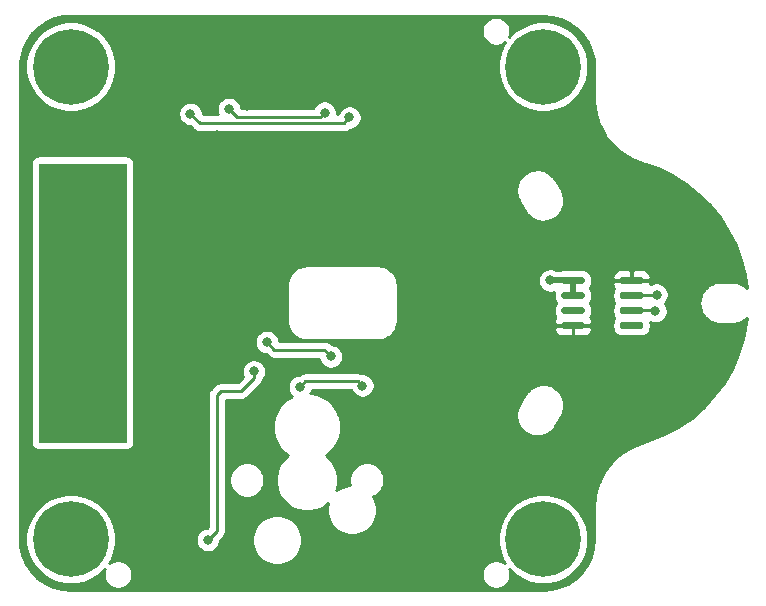
<source format=gtl>
%TF.GenerationSoftware,KiCad,Pcbnew,(5.1.6)-1*%
%TF.CreationDate,2022-02-18T00:55:21-05:00*%
%TF.ProjectId,base,62617365-2e6b-4696-9361-645f70636258,rev?*%
%TF.SameCoordinates,Original*%
%TF.FileFunction,Copper,L1,Top*%
%TF.FilePolarity,Positive*%
%FSLAX46Y46*%
G04 Gerber Fmt 4.6, Leading zero omitted, Abs format (unit mm)*
G04 Created by KiCad (PCBNEW (5.1.6)-1) date 2022-02-18 00:55:21*
%MOMM*%
%LPD*%
G01*
G04 APERTURE LIST*
%TA.AperFunction,EtchedComponent*%
%ADD10C,0.100000*%
%TD*%
%TA.AperFunction,ComponentPad*%
%ADD11C,0.800000*%
%TD*%
%TA.AperFunction,ComponentPad*%
%ADD12C,6.400000*%
%TD*%
%TA.AperFunction,ViaPad*%
%ADD13C,0.800000*%
%TD*%
%TA.AperFunction,Conductor*%
%ADD14C,0.500000*%
%TD*%
%TA.AperFunction,Conductor*%
%ADD15C,0.254000*%
%TD*%
%TA.AperFunction,Conductor*%
%ADD16C,0.250000*%
%TD*%
G04 APERTURE END LIST*
D10*
%TO.C,G\u002A\u002A\u002A*%
G36*
X119300000Y-107800000D02*
G01*
X119300000Y-84200000D01*
X126700000Y-84200000D01*
X126700000Y-107800000D01*
X119300000Y-107800000D01*
G37*
X119300000Y-107800000D02*
X119300000Y-84200000D01*
X126700000Y-84200000D01*
X126700000Y-107800000D01*
X119300000Y-107800000D01*
%TD*%
%TO.P,U3,8*%
%TO.N,GND*%
%TA.AperFunction,SMDPad,CuDef*%
G36*
G01*
X168500000Y-94245000D02*
X168500000Y-93945000D01*
G75*
G02*
X168650000Y-93795000I150000J0D01*
G01*
X170300000Y-93795000D01*
G75*
G02*
X170450000Y-93945000I0J-150000D01*
G01*
X170450000Y-94245000D01*
G75*
G02*
X170300000Y-94395000I-150000J0D01*
G01*
X168650000Y-94395000D01*
G75*
G02*
X168500000Y-94245000I0J150000D01*
G01*
G37*
%TD.AperFunction*%
%TO.P,U3,7*%
%TO.N,SCL*%
%TA.AperFunction,SMDPad,CuDef*%
G36*
G01*
X168500000Y-95515000D02*
X168500000Y-95215000D01*
G75*
G02*
X168650000Y-95065000I150000J0D01*
G01*
X170300000Y-95065000D01*
G75*
G02*
X170450000Y-95215000I0J-150000D01*
G01*
X170450000Y-95515000D01*
G75*
G02*
X170300000Y-95665000I-150000J0D01*
G01*
X168650000Y-95665000D01*
G75*
G02*
X168500000Y-95515000I0J150000D01*
G01*
G37*
%TD.AperFunction*%
%TO.P,U3,6*%
%TO.N,SDA1*%
%TA.AperFunction,SMDPad,CuDef*%
G36*
G01*
X168500000Y-96785000D02*
X168500000Y-96485000D01*
G75*
G02*
X168650000Y-96335000I150000J0D01*
G01*
X170300000Y-96335000D01*
G75*
G02*
X170450000Y-96485000I0J-150000D01*
G01*
X170450000Y-96785000D01*
G75*
G02*
X170300000Y-96935000I-150000J0D01*
G01*
X168650000Y-96935000D01*
G75*
G02*
X168500000Y-96785000I0J150000D01*
G01*
G37*
%TD.AperFunction*%
%TO.P,U3,5*%
%TO.N,Net-(U3-Pad5)*%
%TA.AperFunction,SMDPad,CuDef*%
G36*
G01*
X168500000Y-98055000D02*
X168500000Y-97755000D01*
G75*
G02*
X168650000Y-97605000I150000J0D01*
G01*
X170300000Y-97605000D01*
G75*
G02*
X170450000Y-97755000I0J-150000D01*
G01*
X170450000Y-98055000D01*
G75*
G02*
X170300000Y-98205000I-150000J0D01*
G01*
X168650000Y-98205000D01*
G75*
G02*
X168500000Y-98055000I0J150000D01*
G01*
G37*
%TD.AperFunction*%
%TO.P,U3,4*%
%TO.N,GND*%
%TA.AperFunction,SMDPad,CuDef*%
G36*
G01*
X163550000Y-98055000D02*
X163550000Y-97755000D01*
G75*
G02*
X163700000Y-97605000I150000J0D01*
G01*
X165350000Y-97605000D01*
G75*
G02*
X165500000Y-97755000I0J-150000D01*
G01*
X165500000Y-98055000D01*
G75*
G02*
X165350000Y-98205000I-150000J0D01*
G01*
X163700000Y-98205000D01*
G75*
G02*
X163550000Y-98055000I0J150000D01*
G01*
G37*
%TD.AperFunction*%
%TO.P,U3,3*%
%TO.N,Net-(U3-Pad3)*%
%TA.AperFunction,SMDPad,CuDef*%
G36*
G01*
X163550000Y-96785000D02*
X163550000Y-96485000D01*
G75*
G02*
X163700000Y-96335000I150000J0D01*
G01*
X165350000Y-96335000D01*
G75*
G02*
X165500000Y-96485000I0J-150000D01*
G01*
X165500000Y-96785000D01*
G75*
G02*
X165350000Y-96935000I-150000J0D01*
G01*
X163700000Y-96935000D01*
G75*
G02*
X163550000Y-96785000I0J150000D01*
G01*
G37*
%TD.AperFunction*%
%TO.P,U3,2*%
%TO.N,+3V3*%
%TA.AperFunction,SMDPad,CuDef*%
G36*
G01*
X163550000Y-95515000D02*
X163550000Y-95215000D01*
G75*
G02*
X163700000Y-95065000I150000J0D01*
G01*
X165350000Y-95065000D01*
G75*
G02*
X165500000Y-95215000I0J-150000D01*
G01*
X165500000Y-95515000D01*
G75*
G02*
X165350000Y-95665000I-150000J0D01*
G01*
X163700000Y-95665000D01*
G75*
G02*
X163550000Y-95515000I0J150000D01*
G01*
G37*
%TD.AperFunction*%
%TO.P,U3,1*%
%TA.AperFunction,SMDPad,CuDef*%
G36*
G01*
X163550000Y-94245000D02*
X163550000Y-93945000D01*
G75*
G02*
X163700000Y-93795000I150000J0D01*
G01*
X165350000Y-93795000D01*
G75*
G02*
X165500000Y-93945000I0J-150000D01*
G01*
X165500000Y-94245000D01*
G75*
G02*
X165350000Y-94395000I-150000J0D01*
G01*
X163700000Y-94395000D01*
G75*
G02*
X163550000Y-94245000I0J150000D01*
G01*
G37*
%TD.AperFunction*%
%TD*%
D11*
%TO.P,H4,1*%
%TO.N,N/C*%
X163697056Y-74302944D03*
X162000000Y-73600000D03*
X160302944Y-74302944D03*
X159600000Y-76000000D03*
X160302944Y-77697056D03*
X162000000Y-78400000D03*
X163697056Y-77697056D03*
X164400000Y-76000000D03*
D12*
X162000000Y-76000000D03*
%TD*%
D11*
%TO.P,H3,1*%
%TO.N,N/C*%
X163697056Y-114302944D03*
X162000000Y-113600000D03*
X160302944Y-114302944D03*
X159600000Y-116000000D03*
X160302944Y-117697056D03*
X162000000Y-118400000D03*
X163697056Y-117697056D03*
X164400000Y-116000000D03*
D12*
X162000000Y-116000000D03*
%TD*%
D11*
%TO.P,H2,1*%
%TO.N,N/C*%
X123697056Y-114302944D03*
X122000000Y-113600000D03*
X120302944Y-114302944D03*
X119600000Y-116000000D03*
X120302944Y-117697056D03*
X122000000Y-118400000D03*
X123697056Y-117697056D03*
X124400000Y-116000000D03*
D12*
X122000000Y-116000000D03*
%TD*%
D11*
%TO.P,H1,1*%
%TO.N,N/C*%
X123697056Y-74302944D03*
X122000000Y-73600000D03*
X120302944Y-74302944D03*
X119600000Y-76000000D03*
X120302944Y-77697056D03*
X122000000Y-78400000D03*
X123697056Y-77697056D03*
X124400000Y-76000000D03*
D12*
X122000000Y-76000000D03*
%TD*%
D13*
%TO.N,+3V3*%
X162594970Y-94095000D03*
%TO.N,GND*%
X165500000Y-92500000D03*
X124250000Y-81800000D03*
X121700000Y-81800000D03*
X170000000Y-92500000D03*
X168500000Y-92500000D03*
X167000000Y-92500000D03*
X164000000Y-92500000D03*
X164000000Y-99500000D03*
X165500000Y-99500000D03*
X167000000Y-99500000D03*
X168500000Y-99500000D03*
X170000000Y-99500000D03*
X126750000Y-81800000D03*
X131850000Y-81800000D03*
X134400000Y-81800000D03*
X136900000Y-79300000D03*
X137000000Y-104600000D03*
X151750000Y-107700000D03*
X149050000Y-81600000D03*
X152150000Y-84250000D03*
X129300000Y-96250000D03*
X131800000Y-102250000D03*
X129250000Y-102250000D03*
X131050000Y-104900000D03*
X134350000Y-102200000D03*
X162100000Y-98750000D03*
X129275000Y-81800000D03*
X137375000Y-76675000D03*
X119000000Y-112000000D03*
%TO.N,SDA2*%
X135400000Y-79600000D03*
X143499998Y-79899998D03*
%TO.N,SCL*%
X171600000Y-95300000D03*
%TO.N,SDA1*%
X171500000Y-96700000D03*
%TO.N,SDA*%
X145600000Y-80300000D03*
X132125000Y-80000000D03*
%TO.N,EN_SW*%
X137500000Y-101800000D03*
X133600000Y-116075000D03*
%TO.N,Net-(R7-Pad1)*%
X141400000Y-103100000D03*
X146700000Y-103000000D03*
%TO.N,G_CONT*%
X138600000Y-99325000D03*
X144025000Y-100525000D03*
%TD*%
D14*
%TO.N,+3V3*%
X164525000Y-95365000D02*
X164525000Y-94095000D01*
X164525000Y-94095000D02*
X162594970Y-94095000D01*
D15*
%TO.N,SDA2*%
X136100009Y-80300009D02*
X143099987Y-80300009D01*
X143099987Y-80300009D02*
X143499998Y-79899998D01*
X135400000Y-79600000D02*
X136100009Y-80300009D01*
%TO.N,SCL*%
X169475000Y-95365000D02*
X171535000Y-95365000D01*
X171535000Y-95365000D02*
X171600000Y-95300000D01*
%TO.N,SDA1*%
X169475000Y-96635000D02*
X171435000Y-96635000D01*
X171435000Y-96635000D02*
X171500000Y-96700000D01*
%TO.N,SDA*%
X132925000Y-80800000D02*
X132125000Y-80000000D01*
X145600000Y-80300000D02*
X145100000Y-80800000D01*
X145100000Y-80800000D02*
X132925000Y-80800000D01*
D16*
%TO.N,EN_SW*%
X134350000Y-115325000D02*
X133600000Y-116075000D01*
X137500000Y-102400000D02*
X136450000Y-103450000D01*
X136450000Y-103450000D02*
X134725000Y-103450000D01*
X137500000Y-101800000D02*
X137500000Y-102400000D01*
X134725000Y-103450000D02*
X134350000Y-103825000D01*
X134350000Y-103825000D02*
X134350000Y-115325000D01*
%TO.N,Net-(R7-Pad1)*%
X146350000Y-102650000D02*
X146700000Y-103000000D01*
X141400000Y-103100000D02*
X141850000Y-102650000D01*
X141850000Y-102650000D02*
X146350000Y-102650000D01*
%TO.N,G_CONT*%
X143475000Y-99975000D02*
X144025000Y-100525000D01*
X138600000Y-99325000D02*
X139250000Y-99975000D01*
X139250000Y-99975000D02*
X143475000Y-99975000D01*
%TD*%
D15*
%TO.N,GND*%
G36*
X162763637Y-71755875D02*
G01*
X163503140Y-71958180D01*
X164195128Y-72288242D01*
X164817733Y-72735629D01*
X165351268Y-73286195D01*
X165778876Y-73922544D01*
X166087041Y-74624561D01*
X166267283Y-75375320D01*
X166315001Y-76025125D01*
X166315000Y-78742030D01*
X166315725Y-78749391D01*
X166319813Y-78938850D01*
X166320349Y-78943678D01*
X166325628Y-79014342D01*
X166442772Y-79895532D01*
X166447500Y-79916559D01*
X166449780Y-79937990D01*
X166469488Y-80014351D01*
X166740825Y-80860869D01*
X166749204Y-80880732D01*
X166755242Y-80901416D01*
X166788161Y-80973079D01*
X167205116Y-81758171D01*
X167216877Y-81776231D01*
X167226484Y-81795523D01*
X167271574Y-81860224D01*
X167820967Y-82559071D01*
X167835741Y-82574763D01*
X167848612Y-82592049D01*
X167904447Y-82647744D01*
X168568913Y-83238257D01*
X168586234Y-83251087D01*
X168601960Y-83265817D01*
X168666770Y-83310740D01*
X168666776Y-83310745D01*
X168666779Y-83310747D01*
X169425309Y-83774258D01*
X169444626Y-83783817D01*
X169462716Y-83795532D01*
X169534450Y-83828264D01*
X169534462Y-83828270D01*
X169534466Y-83828271D01*
X170363090Y-84150133D01*
X170366824Y-84151213D01*
X170384961Y-84158203D01*
X171697975Y-84617438D01*
X172918660Y-85201706D01*
X174067865Y-85916401D01*
X175131695Y-86752881D01*
X176097314Y-87701050D01*
X176953054Y-88749456D01*
X177688578Y-89885431D01*
X178295008Y-91095260D01*
X178765016Y-92364332D01*
X179092923Y-93677312D01*
X179233377Y-94713082D01*
X179215406Y-94694731D01*
X179208037Y-94688634D01*
X179041670Y-94552949D01*
X178989970Y-94518600D01*
X178938733Y-94483517D01*
X178930320Y-94478968D01*
X178740766Y-94378180D01*
X178683344Y-94354512D01*
X178626301Y-94330064D01*
X178617164Y-94327235D01*
X178411645Y-94265185D01*
X178350729Y-94253123D01*
X178290013Y-94240218D01*
X178280502Y-94239218D01*
X178066843Y-94218269D01*
X178066837Y-94218269D01*
X178033647Y-94215000D01*
X176966353Y-94215000D01*
X176932068Y-94218377D01*
X176917796Y-94218377D01*
X176908284Y-94219376D01*
X176694939Y-94243307D01*
X176634207Y-94256216D01*
X176573311Y-94268274D01*
X176564175Y-94271102D01*
X176359542Y-94336015D01*
X176302454Y-94360483D01*
X176245077Y-94384132D01*
X176236664Y-94388680D01*
X176048535Y-94492105D01*
X175997329Y-94527166D01*
X175945596Y-94561538D01*
X175938226Y-94567635D01*
X175773770Y-94705630D01*
X175730297Y-94750024D01*
X175686279Y-94793735D01*
X175680234Y-94801146D01*
X175545713Y-94968456D01*
X175511716Y-95020409D01*
X175476999Y-95071880D01*
X175472509Y-95080324D01*
X175373047Y-95270577D01*
X175349783Y-95328159D01*
X175325733Y-95385372D01*
X175322968Y-95394528D01*
X175262354Y-95600476D01*
X175250718Y-95661473D01*
X175238237Y-95722279D01*
X175237303Y-95731798D01*
X175217846Y-95945596D01*
X175218280Y-96007679D01*
X175217846Y-96069761D01*
X175218779Y-96079279D01*
X175241219Y-96292786D01*
X175253706Y-96353620D01*
X175265338Y-96414592D01*
X175268102Y-96423748D01*
X175331586Y-96628829D01*
X175355659Y-96686096D01*
X175378902Y-96743624D01*
X175383391Y-96752067D01*
X175383393Y-96752072D01*
X175383396Y-96752077D01*
X175485499Y-96940914D01*
X175520206Y-96992369D01*
X175554211Y-97044334D01*
X175560256Y-97051746D01*
X175697099Y-97217161D01*
X175741155Y-97260911D01*
X175784594Y-97305269D01*
X175791963Y-97311366D01*
X175958330Y-97447051D01*
X176010064Y-97481422D01*
X176061267Y-97516482D01*
X176069680Y-97521032D01*
X176259234Y-97621819D01*
X176316595Y-97645462D01*
X176373699Y-97669936D01*
X176382836Y-97672765D01*
X176588355Y-97734815D01*
X176649271Y-97746877D01*
X176709987Y-97759782D01*
X176719497Y-97760782D01*
X176719499Y-97760782D01*
X176933157Y-97781731D01*
X176933163Y-97781731D01*
X176966353Y-97785000D01*
X178033647Y-97785000D01*
X178067932Y-97781623D01*
X178082204Y-97781623D01*
X178091716Y-97780624D01*
X178305061Y-97756693D01*
X178365793Y-97743784D01*
X178426689Y-97731726D01*
X178435825Y-97728898D01*
X178640458Y-97663985D01*
X178697534Y-97639522D01*
X178754923Y-97615868D01*
X178763337Y-97611319D01*
X178951465Y-97507895D01*
X179002686Y-97472823D01*
X179054404Y-97438462D01*
X179061774Y-97432365D01*
X179226230Y-97294370D01*
X179229910Y-97290612D01*
X179193297Y-97719649D01*
X178930956Y-99047285D01*
X178524509Y-100338129D01*
X177978876Y-101576557D01*
X177300635Y-102747637D01*
X176497980Y-103837223D01*
X175580603Y-104832153D01*
X174559605Y-105720394D01*
X173447291Y-106491241D01*
X172257099Y-107135375D01*
X170993832Y-107648911D01*
X170405724Y-107834904D01*
X170200773Y-107898990D01*
X170196297Y-107900841D01*
X170129868Y-107925545D01*
X169315897Y-108282854D01*
X169297008Y-108293238D01*
X169277058Y-108301380D01*
X169209177Y-108341524D01*
X168471343Y-108837327D01*
X168454590Y-108850893D01*
X168436397Y-108862439D01*
X168376717Y-108913954D01*
X168376698Y-108913969D01*
X168376693Y-108913975D01*
X167738325Y-109532597D01*
X167724242Y-109548912D01*
X167708378Y-109563500D01*
X167658748Y-109624787D01*
X167140013Y-110346683D01*
X167129041Y-110365236D01*
X167116012Y-110382401D01*
X167078019Y-110451509D01*
X166695319Y-111253856D01*
X166687806Y-111274057D01*
X166678022Y-111293260D01*
X166652868Y-111368003D01*
X166418300Y-112225439D01*
X166414483Y-112246656D01*
X166408255Y-112267283D01*
X166396734Y-112345300D01*
X166317977Y-113227755D01*
X166315001Y-113257969D01*
X166315000Y-115969495D01*
X166244125Y-116763637D01*
X166041820Y-117503140D01*
X165711758Y-118195128D01*
X165264371Y-118817733D01*
X164713808Y-119351266D01*
X164077456Y-119778876D01*
X163375437Y-120087042D01*
X162624681Y-120267282D01*
X161974888Y-120315000D01*
X122030516Y-120315000D01*
X121236363Y-120244124D01*
X120496860Y-120041819D01*
X119804872Y-119711757D01*
X119182271Y-119264373D01*
X118648731Y-118713802D01*
X118221123Y-118077455D01*
X117912960Y-117375438D01*
X117732719Y-116624681D01*
X117685000Y-115974875D01*
X117685000Y-115622285D01*
X118165000Y-115622285D01*
X118165000Y-116377715D01*
X118312377Y-117118628D01*
X118601467Y-117816554D01*
X119021161Y-118444670D01*
X119555330Y-118978839D01*
X120183446Y-119398533D01*
X120881372Y-119687623D01*
X121622285Y-119835000D01*
X122377715Y-119835000D01*
X123118628Y-119687623D01*
X123816554Y-119398533D01*
X124444670Y-118978839D01*
X124877110Y-118546399D01*
X124835538Y-118646764D01*
X124789000Y-118880727D01*
X124789000Y-119119273D01*
X124835538Y-119353236D01*
X124926825Y-119573624D01*
X125059354Y-119771968D01*
X125228032Y-119940646D01*
X125426376Y-120073175D01*
X125646764Y-120164462D01*
X125880727Y-120211000D01*
X126119273Y-120211000D01*
X126353236Y-120164462D01*
X126573624Y-120073175D01*
X126771968Y-119940646D01*
X126940646Y-119771968D01*
X127073175Y-119573624D01*
X127164462Y-119353236D01*
X127211000Y-119119273D01*
X127211000Y-118880727D01*
X156789000Y-118880727D01*
X156789000Y-119119273D01*
X156835538Y-119353236D01*
X156926825Y-119573624D01*
X157059354Y-119771968D01*
X157228032Y-119940646D01*
X157426376Y-120073175D01*
X157646764Y-120164462D01*
X157880727Y-120211000D01*
X158119273Y-120211000D01*
X158353236Y-120164462D01*
X158573624Y-120073175D01*
X158771968Y-119940646D01*
X158940646Y-119771968D01*
X159073175Y-119573624D01*
X159164462Y-119353236D01*
X159211000Y-119119273D01*
X159211000Y-118880727D01*
X159164462Y-118646764D01*
X159122890Y-118546399D01*
X159555330Y-118978839D01*
X160183446Y-119398533D01*
X160881372Y-119687623D01*
X161622285Y-119835000D01*
X162377715Y-119835000D01*
X163118628Y-119687623D01*
X163816554Y-119398533D01*
X164444670Y-118978839D01*
X164978839Y-118444670D01*
X165398533Y-117816554D01*
X165687623Y-117118628D01*
X165835000Y-116377715D01*
X165835000Y-115622285D01*
X165687623Y-114881372D01*
X165398533Y-114183446D01*
X164978839Y-113555330D01*
X164444670Y-113021161D01*
X163816554Y-112601467D01*
X163118628Y-112312377D01*
X162377715Y-112165000D01*
X161622285Y-112165000D01*
X160881372Y-112312377D01*
X160183446Y-112601467D01*
X159555330Y-113021161D01*
X159021161Y-113555330D01*
X158601467Y-114183446D01*
X158312377Y-114881372D01*
X158165000Y-115622285D01*
X158165000Y-116377715D01*
X158312377Y-117118628D01*
X158601467Y-117816554D01*
X158757033Y-118049375D01*
X158573624Y-117926825D01*
X158353236Y-117835538D01*
X158119273Y-117789000D01*
X157880727Y-117789000D01*
X157646764Y-117835538D01*
X157426376Y-117926825D01*
X157228032Y-118059354D01*
X157059354Y-118228032D01*
X156926825Y-118426376D01*
X156835538Y-118646764D01*
X156789000Y-118880727D01*
X127211000Y-118880727D01*
X127164462Y-118646764D01*
X127073175Y-118426376D01*
X126940646Y-118228032D01*
X126771968Y-118059354D01*
X126573624Y-117926825D01*
X126353236Y-117835538D01*
X126119273Y-117789000D01*
X125880727Y-117789000D01*
X125646764Y-117835538D01*
X125426376Y-117926825D01*
X125242967Y-118049375D01*
X125398533Y-117816554D01*
X125687623Y-117118628D01*
X125835000Y-116377715D01*
X125835000Y-115973061D01*
X132565000Y-115973061D01*
X132565000Y-116176939D01*
X132604774Y-116376898D01*
X132682795Y-116565256D01*
X132796063Y-116734774D01*
X132940226Y-116878937D01*
X133109744Y-116992205D01*
X133298102Y-117070226D01*
X133498061Y-117110000D01*
X133701939Y-117110000D01*
X133901898Y-117070226D01*
X134090256Y-116992205D01*
X134259774Y-116878937D01*
X134403937Y-116734774D01*
X134517205Y-116565256D01*
X134595226Y-116376898D01*
X134635000Y-116176939D01*
X134635000Y-116114802D01*
X134861002Y-115888799D01*
X134884249Y-115869721D01*
X137325000Y-115869721D01*
X137325000Y-116290279D01*
X137407047Y-116702756D01*
X137567988Y-117091302D01*
X137801637Y-117440983D01*
X138099017Y-117738363D01*
X138448698Y-117972012D01*
X138837244Y-118132953D01*
X139249721Y-118215000D01*
X139670279Y-118215000D01*
X140082756Y-118132953D01*
X140471302Y-117972012D01*
X140820983Y-117738363D01*
X141118363Y-117440983D01*
X141352012Y-117091302D01*
X141512953Y-116702756D01*
X141595000Y-116290279D01*
X141595000Y-115869721D01*
X141512953Y-115457244D01*
X141352012Y-115068698D01*
X141118363Y-114719017D01*
X140820983Y-114421637D01*
X140471302Y-114187988D01*
X140082756Y-114027047D01*
X139670279Y-113945000D01*
X139249721Y-113945000D01*
X138837244Y-114027047D01*
X138448698Y-114187988D01*
X138099017Y-114421637D01*
X137801637Y-114719017D01*
X137567988Y-115068698D01*
X137407047Y-115457244D01*
X137325000Y-115869721D01*
X134884249Y-115869721D01*
X134890001Y-115865001D01*
X134984974Y-115749276D01*
X135055546Y-115617247D01*
X135099003Y-115473986D01*
X135110000Y-115362333D01*
X135110000Y-115362324D01*
X135113676Y-115325001D01*
X135110000Y-115287678D01*
X135110000Y-110853652D01*
X135434100Y-110853652D01*
X135434100Y-111146348D01*
X135491202Y-111433421D01*
X135603212Y-111703838D01*
X135765826Y-111947206D01*
X135972794Y-112154174D01*
X136216162Y-112316788D01*
X136486579Y-112428798D01*
X136773652Y-112485900D01*
X137066348Y-112485900D01*
X137353421Y-112428798D01*
X137623838Y-112316788D01*
X137867206Y-112154174D01*
X138074174Y-111947206D01*
X138236788Y-111703838D01*
X138348798Y-111433421D01*
X138405900Y-111146348D01*
X138405900Y-110853652D01*
X138348798Y-110566579D01*
X138236788Y-110296162D01*
X138074174Y-110052794D01*
X137867206Y-109845826D01*
X137623838Y-109683212D01*
X137353421Y-109571202D01*
X137066348Y-109514100D01*
X136773652Y-109514100D01*
X136486579Y-109571202D01*
X136216162Y-109683212D01*
X135972794Y-109845826D01*
X135765826Y-110052794D01*
X135603212Y-110296162D01*
X135491202Y-110566579D01*
X135434100Y-110853652D01*
X135110000Y-110853652D01*
X135110000Y-106215852D01*
X139115000Y-106215852D01*
X139115000Y-106784148D01*
X139225869Y-107341523D01*
X139443346Y-107866560D01*
X139759074Y-108339080D01*
X140160920Y-108740926D01*
X140404984Y-108904004D01*
X140324174Y-108958000D01*
X139958000Y-109324174D01*
X139670299Y-109754749D01*
X139472127Y-110233178D01*
X139371100Y-110741076D01*
X139371100Y-111258924D01*
X139472127Y-111766822D01*
X139670299Y-112245251D01*
X139958000Y-112675826D01*
X140324174Y-113042000D01*
X140754749Y-113329701D01*
X141233178Y-113527873D01*
X141741076Y-113628900D01*
X142258924Y-113628900D01*
X142766822Y-113527873D01*
X143245251Y-113329701D01*
X143675826Y-113042000D01*
X143746237Y-112971589D01*
X143675000Y-113329721D01*
X143675000Y-113750279D01*
X143757047Y-114162756D01*
X143917988Y-114551302D01*
X144151637Y-114900983D01*
X144449017Y-115198363D01*
X144798698Y-115432012D01*
X145187244Y-115592953D01*
X145599721Y-115675000D01*
X146020279Y-115675000D01*
X146432756Y-115592953D01*
X146821302Y-115432012D01*
X147170983Y-115198363D01*
X147468363Y-114900983D01*
X147702012Y-114551302D01*
X147862953Y-114162756D01*
X147945000Y-113750279D01*
X147945000Y-113329721D01*
X147862953Y-112917244D01*
X147702012Y-112528698D01*
X147608850Y-112389270D01*
X147783838Y-112316788D01*
X148027206Y-112154174D01*
X148234174Y-111947206D01*
X148396788Y-111703838D01*
X148508798Y-111433421D01*
X148565900Y-111146348D01*
X148565900Y-110853652D01*
X148508798Y-110566579D01*
X148396788Y-110296162D01*
X148234174Y-110052794D01*
X148027206Y-109845826D01*
X147783838Y-109683212D01*
X147513421Y-109571202D01*
X147226348Y-109514100D01*
X146933652Y-109514100D01*
X146646579Y-109571202D01*
X146376162Y-109683212D01*
X146132794Y-109845826D01*
X145925826Y-110052794D01*
X145763212Y-110296162D01*
X145651202Y-110566579D01*
X145594100Y-110853652D01*
X145594100Y-111146348D01*
X145645549Y-111405000D01*
X145599721Y-111405000D01*
X145187244Y-111487047D01*
X144798698Y-111647988D01*
X144492292Y-111852721D01*
X144527873Y-111766822D01*
X144628900Y-111258924D01*
X144628900Y-110741076D01*
X144527873Y-110233178D01*
X144329701Y-109754749D01*
X144042000Y-109324174D01*
X143675826Y-108958000D01*
X143595016Y-108904004D01*
X143839080Y-108740926D01*
X144240926Y-108339080D01*
X144556654Y-107866560D01*
X144774131Y-107341523D01*
X144885000Y-106784148D01*
X144885000Y-106215852D01*
X144774131Y-105658477D01*
X144748387Y-105596323D01*
X159718393Y-105596323D01*
X159723157Y-105658229D01*
X159727055Y-105720187D01*
X159728650Y-105729617D01*
X159765928Y-105941038D01*
X159782625Y-106000839D01*
X159798483Y-106060860D01*
X159801880Y-106069801D01*
X159879514Y-106269955D01*
X159907489Y-106325336D01*
X159934724Y-106381176D01*
X159939792Y-106389287D01*
X160054825Y-106570549D01*
X160093071Y-106619502D01*
X160130584Y-106668923D01*
X160137131Y-106675895D01*
X160285180Y-106831362D01*
X160332163Y-106871917D01*
X160378606Y-106913150D01*
X160386383Y-106918718D01*
X160561808Y-107042467D01*
X160615812Y-107073145D01*
X160669337Y-107104548D01*
X160678047Y-107108500D01*
X160874169Y-107195820D01*
X160933111Y-107215428D01*
X160991715Y-107235835D01*
X161001027Y-107238020D01*
X161210374Y-107285582D01*
X161271969Y-107293363D01*
X161333446Y-107302003D01*
X161343004Y-107302337D01*
X161557604Y-107308332D01*
X161619537Y-107304001D01*
X161681530Y-107300535D01*
X161690971Y-107299006D01*
X161902647Y-107263203D01*
X161962542Y-107246929D01*
X162022690Y-107231486D01*
X162031654Y-107228152D01*
X162232346Y-107151917D01*
X162287958Y-107124311D01*
X162343946Y-107097486D01*
X162352092Y-107092474D01*
X162534153Y-106978711D01*
X162583363Y-106940814D01*
X162633057Y-106903638D01*
X162640075Y-106897140D01*
X162796571Y-106750180D01*
X162837494Y-106703434D01*
X162879006Y-106657330D01*
X162884628Y-106649593D01*
X163009600Y-106475035D01*
X163009604Y-106475028D01*
X163029031Y-106447918D01*
X163562679Y-105523615D01*
X163576895Y-105492238D01*
X163584032Y-105479877D01*
X163587922Y-105471139D01*
X163673870Y-105274413D01*
X163693058Y-105215357D01*
X163713063Y-105156593D01*
X163715183Y-105147267D01*
X163761283Y-104937592D01*
X163768642Y-104875875D01*
X163776844Y-104814404D01*
X163777112Y-104804844D01*
X163781608Y-104590209D01*
X163776844Y-104528303D01*
X163772946Y-104466345D01*
X163771351Y-104456914D01*
X163734072Y-104245494D01*
X163717374Y-104185688D01*
X163701516Y-104125668D01*
X163698120Y-104116727D01*
X163620485Y-103916574D01*
X163592484Y-103861141D01*
X163565278Y-103805361D01*
X163560210Y-103797250D01*
X163445178Y-103615987D01*
X163406952Y-103567060D01*
X163369417Y-103517609D01*
X163362870Y-103510637D01*
X163214821Y-103355170D01*
X163167806Y-103314588D01*
X163121393Y-103273381D01*
X163113617Y-103267813D01*
X162938190Y-103144064D01*
X162884210Y-103113400D01*
X162830663Y-103081984D01*
X162821953Y-103078033D01*
X162821950Y-103078032D01*
X162821947Y-103078030D01*
X162821944Y-103078029D01*
X162625831Y-102990712D01*
X162566879Y-102971101D01*
X162508285Y-102950697D01*
X162498973Y-102948512D01*
X162289626Y-102900950D01*
X162228031Y-102893169D01*
X162166554Y-102884529D01*
X162156996Y-102884195D01*
X161942397Y-102878200D01*
X161880462Y-102882531D01*
X161818471Y-102885997D01*
X161809030Y-102887526D01*
X161597353Y-102923329D01*
X161537458Y-102939603D01*
X161477310Y-102955046D01*
X161468345Y-102958380D01*
X161267654Y-103034615D01*
X161212069Y-103062208D01*
X161156053Y-103089046D01*
X161147907Y-103094058D01*
X160965846Y-103207822D01*
X160916659Y-103245701D01*
X160866940Y-103282896D01*
X160859922Y-103289394D01*
X160703427Y-103436355D01*
X160662540Y-103483060D01*
X160620993Y-103529203D01*
X160615371Y-103536940D01*
X160490399Y-103711498D01*
X160490387Y-103711519D01*
X160470970Y-103738615D01*
X159937323Y-104662919D01*
X159923109Y-104694290D01*
X159915969Y-104706657D01*
X159912078Y-104715394D01*
X159826131Y-104912121D01*
X159806954Y-104971144D01*
X159786938Y-105029939D01*
X159784819Y-105039266D01*
X159738719Y-105248940D01*
X159731363Y-105310623D01*
X159723157Y-105372128D01*
X159722889Y-105381688D01*
X159718393Y-105596323D01*
X144748387Y-105596323D01*
X144556654Y-105133440D01*
X144240926Y-104660920D01*
X143839080Y-104259074D01*
X143366560Y-103943346D01*
X142841523Y-103725869D01*
X142298733Y-103617901D01*
X142317205Y-103590256D01*
X142391870Y-103410000D01*
X145749552Y-103410000D01*
X145782795Y-103490256D01*
X145896063Y-103659774D01*
X146040226Y-103803937D01*
X146209744Y-103917205D01*
X146398102Y-103995226D01*
X146598061Y-104035000D01*
X146801939Y-104035000D01*
X147001898Y-103995226D01*
X147190256Y-103917205D01*
X147359774Y-103803937D01*
X147503937Y-103659774D01*
X147617205Y-103490256D01*
X147695226Y-103301898D01*
X147735000Y-103101939D01*
X147735000Y-102898061D01*
X147695226Y-102698102D01*
X147617205Y-102509744D01*
X147503937Y-102340226D01*
X147359774Y-102196063D01*
X147190256Y-102082795D01*
X147001898Y-102004774D01*
X146801939Y-101965000D01*
X146680685Y-101965000D01*
X146642247Y-101944454D01*
X146498986Y-101900997D01*
X146387333Y-101890000D01*
X146387322Y-101890000D01*
X146350000Y-101886324D01*
X146312678Y-101890000D01*
X141887322Y-101890000D01*
X141849999Y-101886324D01*
X141812676Y-101890000D01*
X141812667Y-101890000D01*
X141701014Y-101900997D01*
X141557753Y-101944454D01*
X141425723Y-102015026D01*
X141383146Y-102049969D01*
X141364830Y-102065000D01*
X141298061Y-102065000D01*
X141098102Y-102104774D01*
X140909744Y-102182795D01*
X140740226Y-102296063D01*
X140596063Y-102440226D01*
X140482795Y-102609744D01*
X140404774Y-102798102D01*
X140365000Y-102998061D01*
X140365000Y-103201939D01*
X140404774Y-103401898D01*
X140482795Y-103590256D01*
X140596063Y-103759774D01*
X140736816Y-103900527D01*
X140633440Y-103943346D01*
X140160920Y-104259074D01*
X139759074Y-104660920D01*
X139443346Y-105133440D01*
X139225869Y-105658477D01*
X139115000Y-106215852D01*
X135110000Y-106215852D01*
X135110000Y-104210000D01*
X136412678Y-104210000D01*
X136450000Y-104213676D01*
X136487322Y-104210000D01*
X136487333Y-104210000D01*
X136598986Y-104199003D01*
X136742247Y-104155546D01*
X136874276Y-104084974D01*
X136990001Y-103990001D01*
X137013804Y-103960998D01*
X138011003Y-102963799D01*
X138040001Y-102940001D01*
X138134974Y-102824276D01*
X138205546Y-102692247D01*
X138249003Y-102548986D01*
X138252748Y-102510963D01*
X138303937Y-102459774D01*
X138417205Y-102290256D01*
X138495226Y-102101898D01*
X138535000Y-101901939D01*
X138535000Y-101698061D01*
X138495226Y-101498102D01*
X138417205Y-101309744D01*
X138303937Y-101140226D01*
X138159774Y-100996063D01*
X137990256Y-100882795D01*
X137801898Y-100804774D01*
X137601939Y-100765000D01*
X137398061Y-100765000D01*
X137198102Y-100804774D01*
X137009744Y-100882795D01*
X136840226Y-100996063D01*
X136696063Y-101140226D01*
X136582795Y-101309744D01*
X136504774Y-101498102D01*
X136465000Y-101698061D01*
X136465000Y-101901939D01*
X136504774Y-102101898D01*
X136568779Y-102256419D01*
X136135199Y-102690000D01*
X134762322Y-102690000D01*
X134724999Y-102686324D01*
X134687676Y-102690000D01*
X134687667Y-102690000D01*
X134576014Y-102700997D01*
X134432753Y-102744454D01*
X134300724Y-102815026D01*
X134184999Y-102909999D01*
X134161196Y-102939003D01*
X133839003Y-103261196D01*
X133809999Y-103284999D01*
X133754871Y-103352174D01*
X133715026Y-103400724D01*
X133672889Y-103479556D01*
X133644454Y-103532754D01*
X133600997Y-103676015D01*
X133590000Y-103787668D01*
X133590000Y-103787678D01*
X133586324Y-103825000D01*
X133590000Y-103862322D01*
X133590001Y-115010197D01*
X133560198Y-115040000D01*
X133498061Y-115040000D01*
X133298102Y-115079774D01*
X133109744Y-115157795D01*
X132940226Y-115271063D01*
X132796063Y-115415226D01*
X132682795Y-115584744D01*
X132604774Y-115773102D01*
X132565000Y-115973061D01*
X125835000Y-115973061D01*
X125835000Y-115622285D01*
X125687623Y-114881372D01*
X125398533Y-114183446D01*
X124978839Y-113555330D01*
X124444670Y-113021161D01*
X123816554Y-112601467D01*
X123118628Y-112312377D01*
X122377715Y-112165000D01*
X121622285Y-112165000D01*
X120881372Y-112312377D01*
X120183446Y-112601467D01*
X119555330Y-113021161D01*
X119021161Y-113555330D01*
X118601467Y-114183446D01*
X118312377Y-114881372D01*
X118165000Y-115622285D01*
X117685000Y-115622285D01*
X117685000Y-84200000D01*
X118615000Y-84200000D01*
X118615000Y-107800000D01*
X118621290Y-107864145D01*
X118627133Y-107928356D01*
X118627812Y-107930662D01*
X118628046Y-107933051D01*
X118646666Y-107994723D01*
X118664879Y-108056606D01*
X118665992Y-108058736D01*
X118666686Y-108061033D01*
X118696916Y-108117886D01*
X118726816Y-108175081D01*
X118728323Y-108176955D01*
X118729449Y-108179073D01*
X118770157Y-108228986D01*
X118810586Y-108279269D01*
X118812427Y-108280813D01*
X118813944Y-108282674D01*
X118863616Y-108323766D01*
X118912998Y-108365203D01*
X118915102Y-108366360D01*
X118916953Y-108367891D01*
X118973639Y-108398541D01*
X119030150Y-108429608D01*
X119032442Y-108430335D01*
X119034552Y-108431476D01*
X119096084Y-108450524D01*
X119157580Y-108470031D01*
X119159968Y-108470299D01*
X119162262Y-108471009D01*
X119226366Y-108477746D01*
X119290436Y-108484933D01*
X119295050Y-108484965D01*
X119295218Y-108484983D01*
X119295386Y-108484968D01*
X119300000Y-108485000D01*
X126700000Y-108485000D01*
X126764145Y-108478710D01*
X126828356Y-108472867D01*
X126830662Y-108472188D01*
X126833051Y-108471954D01*
X126894723Y-108453334D01*
X126956606Y-108435121D01*
X126958736Y-108434008D01*
X126961033Y-108433314D01*
X127017886Y-108403084D01*
X127075081Y-108373184D01*
X127076955Y-108371677D01*
X127079073Y-108370551D01*
X127128986Y-108329843D01*
X127179269Y-108289414D01*
X127180813Y-108287573D01*
X127182674Y-108286056D01*
X127223766Y-108236384D01*
X127265203Y-108187002D01*
X127266360Y-108184898D01*
X127267891Y-108183047D01*
X127298541Y-108126361D01*
X127329608Y-108069850D01*
X127330335Y-108067558D01*
X127331476Y-108065448D01*
X127350524Y-108003916D01*
X127370031Y-107942420D01*
X127370299Y-107940032D01*
X127371009Y-107937738D01*
X127377746Y-107873634D01*
X127384933Y-107809564D01*
X127384965Y-107804950D01*
X127384983Y-107804782D01*
X127384968Y-107804614D01*
X127385000Y-107800000D01*
X127385000Y-99223061D01*
X137565000Y-99223061D01*
X137565000Y-99426939D01*
X137604774Y-99626898D01*
X137682795Y-99815256D01*
X137796063Y-99984774D01*
X137940226Y-100128937D01*
X138109744Y-100242205D01*
X138298102Y-100320226D01*
X138498061Y-100360000D01*
X138560198Y-100360000D01*
X138686200Y-100486002D01*
X138709999Y-100515001D01*
X138825724Y-100609974D01*
X138957753Y-100680546D01*
X139101014Y-100724003D01*
X139212667Y-100735000D01*
X139212677Y-100735000D01*
X139250000Y-100738676D01*
X139287323Y-100735000D01*
X143011494Y-100735000D01*
X143029774Y-100826898D01*
X143107795Y-101015256D01*
X143221063Y-101184774D01*
X143365226Y-101328937D01*
X143534744Y-101442205D01*
X143723102Y-101520226D01*
X143923061Y-101560000D01*
X144126939Y-101560000D01*
X144326898Y-101520226D01*
X144515256Y-101442205D01*
X144684774Y-101328937D01*
X144828937Y-101184774D01*
X144942205Y-101015256D01*
X145020226Y-100826898D01*
X145060000Y-100626939D01*
X145060000Y-100423061D01*
X145020226Y-100223102D01*
X144942205Y-100034744D01*
X144828937Y-99865226D01*
X144684774Y-99721063D01*
X144515256Y-99607795D01*
X144326898Y-99529774D01*
X144126939Y-99490000D01*
X144064801Y-99490000D01*
X144038803Y-99464002D01*
X144015001Y-99434999D01*
X143899276Y-99340026D01*
X143767247Y-99269454D01*
X143623986Y-99225997D01*
X143512333Y-99215000D01*
X143512322Y-99215000D01*
X143475000Y-99211324D01*
X143437678Y-99215000D01*
X139633397Y-99215000D01*
X139595226Y-99023102D01*
X139517205Y-98834744D01*
X139403937Y-98665226D01*
X139259774Y-98521063D01*
X139090256Y-98407795D01*
X138901898Y-98329774D01*
X138701939Y-98290000D01*
X138498061Y-98290000D01*
X138298102Y-98329774D01*
X138109744Y-98407795D01*
X137940226Y-98521063D01*
X137796063Y-98665226D01*
X137682795Y-98834744D01*
X137604774Y-99023102D01*
X137565000Y-99223061D01*
X127385000Y-99223061D01*
X127385000Y-97533646D01*
X140315000Y-97533646D01*
X140317887Y-97562954D01*
X140317844Y-97569066D01*
X140318777Y-97578585D01*
X140339178Y-97772682D01*
X140351661Y-97833496D01*
X140363295Y-97894481D01*
X140366059Y-97903637D01*
X140423771Y-98090075D01*
X140447818Y-98147279D01*
X140471087Y-98204873D01*
X140475577Y-98213317D01*
X140568402Y-98384994D01*
X140603122Y-98436468D01*
X140637117Y-98488418D01*
X140643161Y-98495829D01*
X140767565Y-98646207D01*
X140811638Y-98689973D01*
X140855057Y-98734311D01*
X140862426Y-98740408D01*
X141013668Y-98863758D01*
X141065397Y-98898126D01*
X141116608Y-98933191D01*
X141125016Y-98937737D01*
X141125020Y-98937740D01*
X141125024Y-98937742D01*
X141297343Y-99029366D01*
X141354739Y-99053022D01*
X141411807Y-99077482D01*
X141420944Y-99080310D01*
X141607780Y-99136719D01*
X141668690Y-99148780D01*
X141729409Y-99161686D01*
X141738921Y-99162686D01*
X141933155Y-99181731D01*
X141933163Y-99181731D01*
X141966353Y-99185000D01*
X148033647Y-99185000D01*
X148062955Y-99182113D01*
X148069066Y-99182156D01*
X148078585Y-99181223D01*
X148272682Y-99160822D01*
X148333496Y-99148339D01*
X148394481Y-99136705D01*
X148403637Y-99133941D01*
X148590075Y-99076229D01*
X148647279Y-99052182D01*
X148704873Y-99028913D01*
X148713317Y-99024423D01*
X148884994Y-98931598D01*
X148936468Y-98896878D01*
X148988418Y-98862883D01*
X148995829Y-98856839D01*
X149146207Y-98732435D01*
X149189973Y-98688362D01*
X149234311Y-98644943D01*
X149240408Y-98637574D01*
X149363758Y-98486332D01*
X149398126Y-98434603D01*
X149433191Y-98383392D01*
X149437739Y-98374981D01*
X149437740Y-98374980D01*
X149437742Y-98374976D01*
X149528120Y-98205000D01*
X162911928Y-98205000D01*
X162924188Y-98329482D01*
X162960498Y-98449180D01*
X163019463Y-98559494D01*
X163098815Y-98656185D01*
X163195506Y-98735537D01*
X163305820Y-98794502D01*
X163425518Y-98830812D01*
X163550000Y-98843072D01*
X164343250Y-98840000D01*
X164502000Y-98681250D01*
X164502000Y-97928000D01*
X164548000Y-97928000D01*
X164548000Y-98681250D01*
X164706750Y-98840000D01*
X165500000Y-98843072D01*
X165624482Y-98830812D01*
X165744180Y-98794502D01*
X165854494Y-98735537D01*
X165951185Y-98656185D01*
X166030537Y-98559494D01*
X166089502Y-98449180D01*
X166125812Y-98329482D01*
X166138072Y-98205000D01*
X166135000Y-98086750D01*
X165976250Y-97928000D01*
X164548000Y-97928000D01*
X164502000Y-97928000D01*
X163073750Y-97928000D01*
X162915000Y-98086750D01*
X162911928Y-98205000D01*
X149528120Y-98205000D01*
X149529366Y-98202657D01*
X149553022Y-98145261D01*
X149577482Y-98088193D01*
X149580310Y-98079056D01*
X149636719Y-97892220D01*
X149648780Y-97831310D01*
X149661686Y-97770591D01*
X149662686Y-97761079D01*
X149681731Y-97566845D01*
X149681731Y-97566837D01*
X149685000Y-97533647D01*
X149685000Y-94466353D01*
X149682113Y-94437045D01*
X149682156Y-94430933D01*
X149681223Y-94421415D01*
X149660822Y-94227318D01*
X149648339Y-94166504D01*
X149636705Y-94105519D01*
X149633941Y-94096363D01*
X149601964Y-93993061D01*
X161559970Y-93993061D01*
X161559970Y-94196939D01*
X161599744Y-94396898D01*
X161677765Y-94585256D01*
X161791033Y-94754774D01*
X161935196Y-94898937D01*
X162104714Y-95012205D01*
X162293072Y-95090226D01*
X162493031Y-95130000D01*
X162696909Y-95130000D01*
X162896868Y-95090226D01*
X162925381Y-95078416D01*
X162911928Y-95215000D01*
X162911928Y-95515000D01*
X162927071Y-95668745D01*
X162971916Y-95816582D01*
X163044742Y-95952829D01*
X163083454Y-96000000D01*
X163044742Y-96047171D01*
X162971916Y-96183418D01*
X162927071Y-96331255D01*
X162911928Y-96485000D01*
X162911928Y-96785000D01*
X162927071Y-96938745D01*
X162971916Y-97086582D01*
X163043730Y-97220936D01*
X163019463Y-97250506D01*
X162960498Y-97360820D01*
X162924188Y-97480518D01*
X162911928Y-97605000D01*
X162915000Y-97723250D01*
X163073750Y-97882000D01*
X164502000Y-97882000D01*
X164502000Y-97862000D01*
X164548000Y-97862000D01*
X164548000Y-97882000D01*
X165976250Y-97882000D01*
X166135000Y-97723250D01*
X166138072Y-97605000D01*
X166125812Y-97480518D01*
X166089502Y-97360820D01*
X166030537Y-97250506D01*
X166006270Y-97220936D01*
X166078084Y-97086582D01*
X166122929Y-96938745D01*
X166138072Y-96785000D01*
X166138072Y-96485000D01*
X166122929Y-96331255D01*
X166078084Y-96183418D01*
X166005258Y-96047171D01*
X165966546Y-96000000D01*
X166005258Y-95952829D01*
X166078084Y-95816582D01*
X166122929Y-95668745D01*
X166138072Y-95515000D01*
X166138072Y-95215000D01*
X166122929Y-95061255D01*
X166078084Y-94913418D01*
X166005258Y-94777171D01*
X165966546Y-94730000D01*
X166005258Y-94682829D01*
X166078084Y-94546582D01*
X166122929Y-94398745D01*
X166123297Y-94395000D01*
X167861928Y-94395000D01*
X167874188Y-94519482D01*
X167910498Y-94639180D01*
X167969463Y-94749494D01*
X167993730Y-94779064D01*
X167921916Y-94913418D01*
X167877071Y-95061255D01*
X167861928Y-95215000D01*
X167861928Y-95515000D01*
X167877071Y-95668745D01*
X167921916Y-95816582D01*
X167994742Y-95952829D01*
X168033454Y-96000000D01*
X167994742Y-96047171D01*
X167921916Y-96183418D01*
X167877071Y-96331255D01*
X167861928Y-96485000D01*
X167861928Y-96785000D01*
X167877071Y-96938745D01*
X167921916Y-97086582D01*
X167994742Y-97222829D01*
X168033454Y-97270000D01*
X167994742Y-97317171D01*
X167921916Y-97453418D01*
X167877071Y-97601255D01*
X167861928Y-97755000D01*
X167861928Y-98055000D01*
X167877071Y-98208745D01*
X167921916Y-98356582D01*
X167994742Y-98492829D01*
X168092749Y-98612251D01*
X168212171Y-98710258D01*
X168348418Y-98783084D01*
X168496255Y-98827929D01*
X168650000Y-98843072D01*
X170300000Y-98843072D01*
X170453745Y-98827929D01*
X170601582Y-98783084D01*
X170737829Y-98710258D01*
X170857251Y-98612251D01*
X170955258Y-98492829D01*
X171028084Y-98356582D01*
X171072929Y-98208745D01*
X171088072Y-98055000D01*
X171088072Y-97755000D01*
X171077254Y-97645169D01*
X171198102Y-97695226D01*
X171398061Y-97735000D01*
X171601939Y-97735000D01*
X171801898Y-97695226D01*
X171990256Y-97617205D01*
X172159774Y-97503937D01*
X172303937Y-97359774D01*
X172417205Y-97190256D01*
X172495226Y-97001898D01*
X172535000Y-96801939D01*
X172535000Y-96598061D01*
X172495226Y-96398102D01*
X172417205Y-96209744D01*
X172311767Y-96051944D01*
X172403937Y-95959774D01*
X172517205Y-95790256D01*
X172595226Y-95601898D01*
X172635000Y-95401939D01*
X172635000Y-95198061D01*
X172595226Y-94998102D01*
X172517205Y-94809744D01*
X172403937Y-94640226D01*
X172259774Y-94496063D01*
X172090256Y-94382795D01*
X171901898Y-94304774D01*
X171701939Y-94265000D01*
X171498061Y-94265000D01*
X171298102Y-94304774D01*
X171109744Y-94382795D01*
X171087832Y-94397436D01*
X171088072Y-94395000D01*
X171085000Y-94276750D01*
X170926250Y-94118000D01*
X169498000Y-94118000D01*
X169498000Y-94138000D01*
X169452000Y-94138000D01*
X169452000Y-94118000D01*
X168023750Y-94118000D01*
X167865000Y-94276750D01*
X167861928Y-94395000D01*
X166123297Y-94395000D01*
X166138072Y-94245000D01*
X166138072Y-93945000D01*
X166123298Y-93795000D01*
X167861928Y-93795000D01*
X167865000Y-93913250D01*
X168023750Y-94072000D01*
X169452000Y-94072000D01*
X169452000Y-93318750D01*
X169498000Y-93318750D01*
X169498000Y-94072000D01*
X170926250Y-94072000D01*
X171085000Y-93913250D01*
X171088072Y-93795000D01*
X171075812Y-93670518D01*
X171039502Y-93550820D01*
X170980537Y-93440506D01*
X170901185Y-93343815D01*
X170804494Y-93264463D01*
X170694180Y-93205498D01*
X170574482Y-93169188D01*
X170450000Y-93156928D01*
X169656750Y-93160000D01*
X169498000Y-93318750D01*
X169452000Y-93318750D01*
X169293250Y-93160000D01*
X168500000Y-93156928D01*
X168375518Y-93169188D01*
X168255820Y-93205498D01*
X168145506Y-93264463D01*
X168048815Y-93343815D01*
X167969463Y-93440506D01*
X167910498Y-93550820D01*
X167874188Y-93670518D01*
X167861928Y-93795000D01*
X166123298Y-93795000D01*
X166122929Y-93791255D01*
X166078084Y-93643418D01*
X166005258Y-93507171D01*
X165907251Y-93387749D01*
X165787829Y-93289742D01*
X165651582Y-93216916D01*
X165503745Y-93172071D01*
X165350000Y-93156928D01*
X163700000Y-93156928D01*
X163546255Y-93172071D01*
X163421217Y-93210000D01*
X163133424Y-93210000D01*
X163085226Y-93177795D01*
X162896868Y-93099774D01*
X162696909Y-93060000D01*
X162493031Y-93060000D01*
X162293072Y-93099774D01*
X162104714Y-93177795D01*
X161935196Y-93291063D01*
X161791033Y-93435226D01*
X161677765Y-93604744D01*
X161599744Y-93793102D01*
X161559970Y-93993061D01*
X149601964Y-93993061D01*
X149576229Y-93909925D01*
X149552170Y-93852692D01*
X149528913Y-93795127D01*
X149524423Y-93786682D01*
X149431598Y-93615006D01*
X149396878Y-93563532D01*
X149362883Y-93511582D01*
X149356838Y-93504170D01*
X149232435Y-93353793D01*
X149188362Y-93310027D01*
X149144943Y-93265689D01*
X149137574Y-93259592D01*
X148986332Y-93136242D01*
X148934614Y-93101881D01*
X148883393Y-93066809D01*
X148874980Y-93062260D01*
X148702657Y-92970635D01*
X148645261Y-92946978D01*
X148588193Y-92922519D01*
X148579057Y-92919690D01*
X148392220Y-92863281D01*
X148331302Y-92851219D01*
X148270590Y-92838314D01*
X148261078Y-92837314D01*
X148066845Y-92818269D01*
X148066837Y-92818269D01*
X148033647Y-92815000D01*
X141966353Y-92815000D01*
X141937055Y-92817886D01*
X141930933Y-92817843D01*
X141921415Y-92818776D01*
X141727318Y-92839177D01*
X141666504Y-92851660D01*
X141605519Y-92863294D01*
X141596363Y-92866058D01*
X141409925Y-92923770D01*
X141352688Y-92947831D01*
X141295125Y-92971088D01*
X141286680Y-92975577D01*
X141115003Y-93068404D01*
X141063548Y-93103111D01*
X141011585Y-93137115D01*
X141004173Y-93143159D01*
X140853795Y-93267563D01*
X140810047Y-93311617D01*
X140765689Y-93355056D01*
X140759592Y-93362425D01*
X140636241Y-93513667D01*
X140601858Y-93565419D01*
X140566809Y-93616606D01*
X140562259Y-93625019D01*
X140470634Y-93797340D01*
X140446961Y-93854776D01*
X140422518Y-93911806D01*
X140419689Y-93920942D01*
X140363280Y-94107779D01*
X140351218Y-94168697D01*
X140338313Y-94229409D01*
X140337313Y-94238921D01*
X140318268Y-94433155D01*
X140318268Y-94433183D01*
X140315001Y-94466353D01*
X140315000Y-97533646D01*
X127385000Y-97533646D01*
X127385000Y-86418996D01*
X159717321Y-86418996D01*
X159717588Y-86428556D01*
X159725080Y-86643108D01*
X159733291Y-86704643D01*
X159740643Y-86766297D01*
X159742762Y-86775624D01*
X159791785Y-86984634D01*
X159811786Y-87043386D01*
X159830977Y-87102451D01*
X159834867Y-87111189D01*
X159923553Y-87306697D01*
X159923568Y-87306723D01*
X159937323Y-87337081D01*
X160470970Y-88261385D01*
X160491029Y-88289377D01*
X160498172Y-88301749D01*
X160503794Y-88309487D01*
X160631191Y-88482282D01*
X160672714Y-88528398D01*
X160713627Y-88575132D01*
X160720644Y-88581630D01*
X160879177Y-88726391D01*
X160928882Y-88763575D01*
X160978080Y-88801463D01*
X160986226Y-88806474D01*
X161169857Y-88917686D01*
X161225865Y-88944520D01*
X161281458Y-88972116D01*
X161290422Y-88975450D01*
X161492158Y-89048876D01*
X161552278Y-89064312D01*
X161612207Y-89080594D01*
X161621648Y-89082124D01*
X161833803Y-89114967D01*
X161895809Y-89118433D01*
X161957724Y-89122763D01*
X161967282Y-89122429D01*
X161967283Y-89122429D01*
X162181776Y-89113439D01*
X162243246Y-89104800D01*
X162304853Y-89097017D01*
X162314164Y-89094833D01*
X162522827Y-89044352D01*
X162581519Y-89023913D01*
X162640367Y-89004337D01*
X162649078Y-89000387D01*
X162843962Y-88910337D01*
X162897511Y-88878920D01*
X162951492Y-88848255D01*
X162959269Y-88842687D01*
X162959271Y-88842686D01*
X162959274Y-88842684D01*
X163132952Y-88716500D01*
X163179394Y-88675266D01*
X163226377Y-88634712D01*
X163232924Y-88627740D01*
X163378788Y-88470221D01*
X163416327Y-88420765D01*
X163454548Y-88371844D01*
X163459617Y-88363733D01*
X163572107Y-88180882D01*
X163599327Y-88125072D01*
X163627315Y-88069666D01*
X163630711Y-88060725D01*
X163705543Y-87859508D01*
X163721403Y-87799479D01*
X163738098Y-87739686D01*
X163739693Y-87730256D01*
X163774017Y-87518334D01*
X163777917Y-87456355D01*
X163782678Y-87394467D01*
X163782412Y-87384907D01*
X163774919Y-87170356D01*
X163766705Y-87108796D01*
X163759356Y-87047170D01*
X163757237Y-87037843D01*
X163708214Y-86828833D01*
X163688213Y-86770081D01*
X163669022Y-86711016D01*
X163665132Y-86702279D01*
X163576446Y-86506770D01*
X163576446Y-86506769D01*
X163562679Y-86476385D01*
X163029031Y-85552082D01*
X163008971Y-85524088D01*
X163001830Y-85511720D01*
X162996208Y-85503982D01*
X162868811Y-85331185D01*
X162827267Y-85285046D01*
X162786374Y-85238334D01*
X162779357Y-85231836D01*
X162620824Y-85087075D01*
X162571122Y-85049893D01*
X162521920Y-85012003D01*
X162513774Y-85006991D01*
X162330141Y-84895780D01*
X162274153Y-84868955D01*
X162218543Y-84841350D01*
X162209579Y-84838016D01*
X162007844Y-84764590D01*
X161947706Y-84749149D01*
X161887794Y-84732872D01*
X161878353Y-84731342D01*
X161666198Y-84698499D01*
X161604192Y-84695033D01*
X161542277Y-84690703D01*
X161532719Y-84691037D01*
X161532718Y-84691037D01*
X161318225Y-84700027D01*
X161256746Y-84708667D01*
X161195149Y-84716449D01*
X161185839Y-84718633D01*
X161185837Y-84718633D01*
X161185835Y-84718634D01*
X160977174Y-84769114D01*
X160918578Y-84789519D01*
X160859633Y-84809128D01*
X160850923Y-84813079D01*
X160656038Y-84903128D01*
X160602475Y-84934554D01*
X160548508Y-84965211D01*
X160540731Y-84970779D01*
X160367049Y-85096966D01*
X160320625Y-85138183D01*
X160273623Y-85178754D01*
X160267075Y-85185726D01*
X160121212Y-85343245D01*
X160083689Y-85392680D01*
X160045451Y-85441623D01*
X160040383Y-85449733D01*
X159927893Y-85632584D01*
X159900673Y-85688393D01*
X159872686Y-85743798D01*
X159869290Y-85752739D01*
X159869288Y-85752743D01*
X159869287Y-85752748D01*
X159794457Y-85953957D01*
X159778596Y-86013986D01*
X159761901Y-86073783D01*
X159760305Y-86083214D01*
X159725982Y-86295134D01*
X159722085Y-86357083D01*
X159717321Y-86418996D01*
X127385000Y-86418996D01*
X127385000Y-84200000D01*
X127378710Y-84135855D01*
X127372867Y-84071644D01*
X127372188Y-84069338D01*
X127371954Y-84066949D01*
X127353334Y-84005277D01*
X127335121Y-83943394D01*
X127334008Y-83941264D01*
X127333314Y-83938967D01*
X127303084Y-83882114D01*
X127273184Y-83824919D01*
X127271677Y-83823045D01*
X127270551Y-83820927D01*
X127229843Y-83771014D01*
X127189414Y-83720731D01*
X127187573Y-83719187D01*
X127186056Y-83717326D01*
X127136384Y-83676234D01*
X127087002Y-83634797D01*
X127084898Y-83633640D01*
X127083047Y-83632109D01*
X127026361Y-83601459D01*
X126969850Y-83570392D01*
X126967558Y-83569665D01*
X126965448Y-83568524D01*
X126903916Y-83549476D01*
X126842420Y-83529969D01*
X126840032Y-83529701D01*
X126837738Y-83528991D01*
X126773634Y-83522254D01*
X126709564Y-83515067D01*
X126704950Y-83515035D01*
X126704782Y-83515017D01*
X126704614Y-83515032D01*
X126700000Y-83515000D01*
X119300000Y-83515000D01*
X119235855Y-83521290D01*
X119171644Y-83527133D01*
X119169338Y-83527812D01*
X119166949Y-83528046D01*
X119105277Y-83546666D01*
X119043394Y-83564879D01*
X119041264Y-83565992D01*
X119038967Y-83566686D01*
X118982114Y-83596916D01*
X118924919Y-83626816D01*
X118923045Y-83628323D01*
X118920927Y-83629449D01*
X118871014Y-83670157D01*
X118820731Y-83710586D01*
X118819187Y-83712427D01*
X118817326Y-83713944D01*
X118776234Y-83763616D01*
X118734797Y-83812998D01*
X118733640Y-83815102D01*
X118732109Y-83816953D01*
X118701459Y-83873639D01*
X118670392Y-83930150D01*
X118669665Y-83932442D01*
X118668524Y-83934552D01*
X118649476Y-83996084D01*
X118629969Y-84057580D01*
X118629701Y-84059968D01*
X118628991Y-84062262D01*
X118622254Y-84126366D01*
X118615067Y-84190436D01*
X118615035Y-84195050D01*
X118615017Y-84195218D01*
X118615032Y-84195386D01*
X118615000Y-84200000D01*
X117685000Y-84200000D01*
X117685000Y-79898061D01*
X131090000Y-79898061D01*
X131090000Y-80101939D01*
X131129774Y-80301898D01*
X131207795Y-80490256D01*
X131321063Y-80659774D01*
X131465226Y-80803937D01*
X131634744Y-80917205D01*
X131823102Y-80995226D01*
X132023061Y-81035000D01*
X132082369Y-81035000D01*
X132359720Y-81312351D01*
X132383578Y-81341422D01*
X132412648Y-81365279D01*
X132499607Y-81436645D01*
X132521785Y-81448499D01*
X132631985Y-81507402D01*
X132775622Y-81550974D01*
X132887574Y-81562000D01*
X132887577Y-81562000D01*
X132925000Y-81565686D01*
X132962423Y-81562000D01*
X145062577Y-81562000D01*
X145100000Y-81565686D01*
X145137423Y-81562000D01*
X145137426Y-81562000D01*
X145249378Y-81550974D01*
X145393015Y-81507402D01*
X145525392Y-81436645D01*
X145641422Y-81341422D01*
X145646692Y-81335000D01*
X145701939Y-81335000D01*
X145901898Y-81295226D01*
X146090256Y-81217205D01*
X146259774Y-81103937D01*
X146403937Y-80959774D01*
X146517205Y-80790256D01*
X146595226Y-80601898D01*
X146635000Y-80401939D01*
X146635000Y-80198061D01*
X146595226Y-79998102D01*
X146517205Y-79809744D01*
X146403937Y-79640226D01*
X146259774Y-79496063D01*
X146090256Y-79382795D01*
X145901898Y-79304774D01*
X145701939Y-79265000D01*
X145498061Y-79265000D01*
X145298102Y-79304774D01*
X145109744Y-79382795D01*
X144940226Y-79496063D01*
X144796063Y-79640226D01*
X144682795Y-79809744D01*
X144604774Y-79998102D01*
X144596838Y-80038000D01*
X144527825Y-80038000D01*
X144534998Y-80001937D01*
X144534998Y-79798059D01*
X144495224Y-79598100D01*
X144417203Y-79409742D01*
X144303935Y-79240224D01*
X144159772Y-79096061D01*
X143990254Y-78982793D01*
X143801896Y-78904772D01*
X143601937Y-78864998D01*
X143398059Y-78864998D01*
X143198100Y-78904772D01*
X143009742Y-78982793D01*
X142840224Y-79096061D01*
X142696061Y-79240224D01*
X142582793Y-79409742D01*
X142529663Y-79538009D01*
X136435000Y-79538009D01*
X136435000Y-79498061D01*
X136395226Y-79298102D01*
X136317205Y-79109744D01*
X136203937Y-78940226D01*
X136059774Y-78796063D01*
X135890256Y-78682795D01*
X135701898Y-78604774D01*
X135501939Y-78565000D01*
X135298061Y-78565000D01*
X135098102Y-78604774D01*
X134909744Y-78682795D01*
X134740226Y-78796063D01*
X134596063Y-78940226D01*
X134482795Y-79109744D01*
X134404774Y-79298102D01*
X134365000Y-79498061D01*
X134365000Y-79701939D01*
X134404774Y-79901898D01*
X134461150Y-80038000D01*
X133240631Y-80038000D01*
X133160000Y-79957369D01*
X133160000Y-79898061D01*
X133120226Y-79698102D01*
X133042205Y-79509744D01*
X132928937Y-79340226D01*
X132784774Y-79196063D01*
X132615256Y-79082795D01*
X132426898Y-79004774D01*
X132226939Y-78965000D01*
X132023061Y-78965000D01*
X131823102Y-79004774D01*
X131634744Y-79082795D01*
X131465226Y-79196063D01*
X131321063Y-79340226D01*
X131207795Y-79509744D01*
X131129774Y-79698102D01*
X131090000Y-79898061D01*
X117685000Y-79898061D01*
X117685000Y-76030517D01*
X117721433Y-75622285D01*
X118165000Y-75622285D01*
X118165000Y-76377715D01*
X118312377Y-77118628D01*
X118601467Y-77816554D01*
X119021161Y-78444670D01*
X119555330Y-78978839D01*
X120183446Y-79398533D01*
X120881372Y-79687623D01*
X121622285Y-79835000D01*
X122377715Y-79835000D01*
X123118628Y-79687623D01*
X123816554Y-79398533D01*
X124444670Y-78978839D01*
X124978839Y-78444670D01*
X125398533Y-77816554D01*
X125687623Y-77118628D01*
X125835000Y-76377715D01*
X125835000Y-75622285D01*
X125687623Y-74881372D01*
X125398533Y-74183446D01*
X124978839Y-73555330D01*
X124444670Y-73021161D01*
X124234496Y-72880727D01*
X156789000Y-72880727D01*
X156789000Y-73119273D01*
X156835538Y-73353236D01*
X156926825Y-73573624D01*
X157059354Y-73771968D01*
X157228032Y-73940646D01*
X157426376Y-74073175D01*
X157646764Y-74164462D01*
X157880727Y-74211000D01*
X158119273Y-74211000D01*
X158353236Y-74164462D01*
X158573624Y-74073175D01*
X158757033Y-73950625D01*
X158601467Y-74183446D01*
X158312377Y-74881372D01*
X158165000Y-75622285D01*
X158165000Y-76377715D01*
X158312377Y-77118628D01*
X158601467Y-77816554D01*
X159021161Y-78444670D01*
X159555330Y-78978839D01*
X160183446Y-79398533D01*
X160881372Y-79687623D01*
X161622285Y-79835000D01*
X162377715Y-79835000D01*
X163118628Y-79687623D01*
X163816554Y-79398533D01*
X164444670Y-78978839D01*
X164978839Y-78444670D01*
X165398533Y-77816554D01*
X165687623Y-77118628D01*
X165835000Y-76377715D01*
X165835000Y-75622285D01*
X165687623Y-74881372D01*
X165398533Y-74183446D01*
X164978839Y-73555330D01*
X164444670Y-73021161D01*
X163816554Y-72601467D01*
X163118628Y-72312377D01*
X162377715Y-72165000D01*
X161622285Y-72165000D01*
X160881372Y-72312377D01*
X160183446Y-72601467D01*
X159555330Y-73021161D01*
X159122890Y-73453601D01*
X159164462Y-73353236D01*
X159211000Y-73119273D01*
X159211000Y-72880727D01*
X159164462Y-72646764D01*
X159073175Y-72426376D01*
X158940646Y-72228032D01*
X158771968Y-72059354D01*
X158573624Y-71926825D01*
X158353236Y-71835538D01*
X158119273Y-71789000D01*
X157880727Y-71789000D01*
X157646764Y-71835538D01*
X157426376Y-71926825D01*
X157228032Y-72059354D01*
X157059354Y-72228032D01*
X156926825Y-72426376D01*
X156835538Y-72646764D01*
X156789000Y-72880727D01*
X124234496Y-72880727D01*
X123816554Y-72601467D01*
X123118628Y-72312377D01*
X122377715Y-72165000D01*
X121622285Y-72165000D01*
X120881372Y-72312377D01*
X120183446Y-72601467D01*
X119555330Y-73021161D01*
X119021161Y-73555330D01*
X118601467Y-74183446D01*
X118312377Y-74881372D01*
X118165000Y-75622285D01*
X117721433Y-75622285D01*
X117755876Y-75236363D01*
X117958181Y-74496860D01*
X118288243Y-73804872D01*
X118735625Y-73182273D01*
X119286195Y-72648733D01*
X119922545Y-72221123D01*
X120624562Y-71912960D01*
X121375320Y-71732718D01*
X122025125Y-71685000D01*
X161969494Y-71685000D01*
X162763637Y-71755875D01*
G37*
X162763637Y-71755875D02*
X163503140Y-71958180D01*
X164195128Y-72288242D01*
X164817733Y-72735629D01*
X165351268Y-73286195D01*
X165778876Y-73922544D01*
X166087041Y-74624561D01*
X166267283Y-75375320D01*
X166315001Y-76025125D01*
X166315000Y-78742030D01*
X166315725Y-78749391D01*
X166319813Y-78938850D01*
X166320349Y-78943678D01*
X166325628Y-79014342D01*
X166442772Y-79895532D01*
X166447500Y-79916559D01*
X166449780Y-79937990D01*
X166469488Y-80014351D01*
X166740825Y-80860869D01*
X166749204Y-80880732D01*
X166755242Y-80901416D01*
X166788161Y-80973079D01*
X167205116Y-81758171D01*
X167216877Y-81776231D01*
X167226484Y-81795523D01*
X167271574Y-81860224D01*
X167820967Y-82559071D01*
X167835741Y-82574763D01*
X167848612Y-82592049D01*
X167904447Y-82647744D01*
X168568913Y-83238257D01*
X168586234Y-83251087D01*
X168601960Y-83265817D01*
X168666770Y-83310740D01*
X168666776Y-83310745D01*
X168666779Y-83310747D01*
X169425309Y-83774258D01*
X169444626Y-83783817D01*
X169462716Y-83795532D01*
X169534450Y-83828264D01*
X169534462Y-83828270D01*
X169534466Y-83828271D01*
X170363090Y-84150133D01*
X170366824Y-84151213D01*
X170384961Y-84158203D01*
X171697975Y-84617438D01*
X172918660Y-85201706D01*
X174067865Y-85916401D01*
X175131695Y-86752881D01*
X176097314Y-87701050D01*
X176953054Y-88749456D01*
X177688578Y-89885431D01*
X178295008Y-91095260D01*
X178765016Y-92364332D01*
X179092923Y-93677312D01*
X179233377Y-94713082D01*
X179215406Y-94694731D01*
X179208037Y-94688634D01*
X179041670Y-94552949D01*
X178989970Y-94518600D01*
X178938733Y-94483517D01*
X178930320Y-94478968D01*
X178740766Y-94378180D01*
X178683344Y-94354512D01*
X178626301Y-94330064D01*
X178617164Y-94327235D01*
X178411645Y-94265185D01*
X178350729Y-94253123D01*
X178290013Y-94240218D01*
X178280502Y-94239218D01*
X178066843Y-94218269D01*
X178066837Y-94218269D01*
X178033647Y-94215000D01*
X176966353Y-94215000D01*
X176932068Y-94218377D01*
X176917796Y-94218377D01*
X176908284Y-94219376D01*
X176694939Y-94243307D01*
X176634207Y-94256216D01*
X176573311Y-94268274D01*
X176564175Y-94271102D01*
X176359542Y-94336015D01*
X176302454Y-94360483D01*
X176245077Y-94384132D01*
X176236664Y-94388680D01*
X176048535Y-94492105D01*
X175997329Y-94527166D01*
X175945596Y-94561538D01*
X175938226Y-94567635D01*
X175773770Y-94705630D01*
X175730297Y-94750024D01*
X175686279Y-94793735D01*
X175680234Y-94801146D01*
X175545713Y-94968456D01*
X175511716Y-95020409D01*
X175476999Y-95071880D01*
X175472509Y-95080324D01*
X175373047Y-95270577D01*
X175349783Y-95328159D01*
X175325733Y-95385372D01*
X175322968Y-95394528D01*
X175262354Y-95600476D01*
X175250718Y-95661473D01*
X175238237Y-95722279D01*
X175237303Y-95731798D01*
X175217846Y-95945596D01*
X175218280Y-96007679D01*
X175217846Y-96069761D01*
X175218779Y-96079279D01*
X175241219Y-96292786D01*
X175253706Y-96353620D01*
X175265338Y-96414592D01*
X175268102Y-96423748D01*
X175331586Y-96628829D01*
X175355659Y-96686096D01*
X175378902Y-96743624D01*
X175383391Y-96752067D01*
X175383393Y-96752072D01*
X175383396Y-96752077D01*
X175485499Y-96940914D01*
X175520206Y-96992369D01*
X175554211Y-97044334D01*
X175560256Y-97051746D01*
X175697099Y-97217161D01*
X175741155Y-97260911D01*
X175784594Y-97305269D01*
X175791963Y-97311366D01*
X175958330Y-97447051D01*
X176010064Y-97481422D01*
X176061267Y-97516482D01*
X176069680Y-97521032D01*
X176259234Y-97621819D01*
X176316595Y-97645462D01*
X176373699Y-97669936D01*
X176382836Y-97672765D01*
X176588355Y-97734815D01*
X176649271Y-97746877D01*
X176709987Y-97759782D01*
X176719497Y-97760782D01*
X176719499Y-97760782D01*
X176933157Y-97781731D01*
X176933163Y-97781731D01*
X176966353Y-97785000D01*
X178033647Y-97785000D01*
X178067932Y-97781623D01*
X178082204Y-97781623D01*
X178091716Y-97780624D01*
X178305061Y-97756693D01*
X178365793Y-97743784D01*
X178426689Y-97731726D01*
X178435825Y-97728898D01*
X178640458Y-97663985D01*
X178697534Y-97639522D01*
X178754923Y-97615868D01*
X178763337Y-97611319D01*
X178951465Y-97507895D01*
X179002686Y-97472823D01*
X179054404Y-97438462D01*
X179061774Y-97432365D01*
X179226230Y-97294370D01*
X179229910Y-97290612D01*
X179193297Y-97719649D01*
X178930956Y-99047285D01*
X178524509Y-100338129D01*
X177978876Y-101576557D01*
X177300635Y-102747637D01*
X176497980Y-103837223D01*
X175580603Y-104832153D01*
X174559605Y-105720394D01*
X173447291Y-106491241D01*
X172257099Y-107135375D01*
X170993832Y-107648911D01*
X170405724Y-107834904D01*
X170200773Y-107898990D01*
X170196297Y-107900841D01*
X170129868Y-107925545D01*
X169315897Y-108282854D01*
X169297008Y-108293238D01*
X169277058Y-108301380D01*
X169209177Y-108341524D01*
X168471343Y-108837327D01*
X168454590Y-108850893D01*
X168436397Y-108862439D01*
X168376717Y-108913954D01*
X168376698Y-108913969D01*
X168376693Y-108913975D01*
X167738325Y-109532597D01*
X167724242Y-109548912D01*
X167708378Y-109563500D01*
X167658748Y-109624787D01*
X167140013Y-110346683D01*
X167129041Y-110365236D01*
X167116012Y-110382401D01*
X167078019Y-110451509D01*
X166695319Y-111253856D01*
X166687806Y-111274057D01*
X166678022Y-111293260D01*
X166652868Y-111368003D01*
X166418300Y-112225439D01*
X166414483Y-112246656D01*
X166408255Y-112267283D01*
X166396734Y-112345300D01*
X166317977Y-113227755D01*
X166315001Y-113257969D01*
X166315000Y-115969495D01*
X166244125Y-116763637D01*
X166041820Y-117503140D01*
X165711758Y-118195128D01*
X165264371Y-118817733D01*
X164713808Y-119351266D01*
X164077456Y-119778876D01*
X163375437Y-120087042D01*
X162624681Y-120267282D01*
X161974888Y-120315000D01*
X122030516Y-120315000D01*
X121236363Y-120244124D01*
X120496860Y-120041819D01*
X119804872Y-119711757D01*
X119182271Y-119264373D01*
X118648731Y-118713802D01*
X118221123Y-118077455D01*
X117912960Y-117375438D01*
X117732719Y-116624681D01*
X117685000Y-115974875D01*
X117685000Y-115622285D01*
X118165000Y-115622285D01*
X118165000Y-116377715D01*
X118312377Y-117118628D01*
X118601467Y-117816554D01*
X119021161Y-118444670D01*
X119555330Y-118978839D01*
X120183446Y-119398533D01*
X120881372Y-119687623D01*
X121622285Y-119835000D01*
X122377715Y-119835000D01*
X123118628Y-119687623D01*
X123816554Y-119398533D01*
X124444670Y-118978839D01*
X124877110Y-118546399D01*
X124835538Y-118646764D01*
X124789000Y-118880727D01*
X124789000Y-119119273D01*
X124835538Y-119353236D01*
X124926825Y-119573624D01*
X125059354Y-119771968D01*
X125228032Y-119940646D01*
X125426376Y-120073175D01*
X125646764Y-120164462D01*
X125880727Y-120211000D01*
X126119273Y-120211000D01*
X126353236Y-120164462D01*
X126573624Y-120073175D01*
X126771968Y-119940646D01*
X126940646Y-119771968D01*
X127073175Y-119573624D01*
X127164462Y-119353236D01*
X127211000Y-119119273D01*
X127211000Y-118880727D01*
X156789000Y-118880727D01*
X156789000Y-119119273D01*
X156835538Y-119353236D01*
X156926825Y-119573624D01*
X157059354Y-119771968D01*
X157228032Y-119940646D01*
X157426376Y-120073175D01*
X157646764Y-120164462D01*
X157880727Y-120211000D01*
X158119273Y-120211000D01*
X158353236Y-120164462D01*
X158573624Y-120073175D01*
X158771968Y-119940646D01*
X158940646Y-119771968D01*
X159073175Y-119573624D01*
X159164462Y-119353236D01*
X159211000Y-119119273D01*
X159211000Y-118880727D01*
X159164462Y-118646764D01*
X159122890Y-118546399D01*
X159555330Y-118978839D01*
X160183446Y-119398533D01*
X160881372Y-119687623D01*
X161622285Y-119835000D01*
X162377715Y-119835000D01*
X163118628Y-119687623D01*
X163816554Y-119398533D01*
X164444670Y-118978839D01*
X164978839Y-118444670D01*
X165398533Y-117816554D01*
X165687623Y-117118628D01*
X165835000Y-116377715D01*
X165835000Y-115622285D01*
X165687623Y-114881372D01*
X165398533Y-114183446D01*
X164978839Y-113555330D01*
X164444670Y-113021161D01*
X163816554Y-112601467D01*
X163118628Y-112312377D01*
X162377715Y-112165000D01*
X161622285Y-112165000D01*
X160881372Y-112312377D01*
X160183446Y-112601467D01*
X159555330Y-113021161D01*
X159021161Y-113555330D01*
X158601467Y-114183446D01*
X158312377Y-114881372D01*
X158165000Y-115622285D01*
X158165000Y-116377715D01*
X158312377Y-117118628D01*
X158601467Y-117816554D01*
X158757033Y-118049375D01*
X158573624Y-117926825D01*
X158353236Y-117835538D01*
X158119273Y-117789000D01*
X157880727Y-117789000D01*
X157646764Y-117835538D01*
X157426376Y-117926825D01*
X157228032Y-118059354D01*
X157059354Y-118228032D01*
X156926825Y-118426376D01*
X156835538Y-118646764D01*
X156789000Y-118880727D01*
X127211000Y-118880727D01*
X127164462Y-118646764D01*
X127073175Y-118426376D01*
X126940646Y-118228032D01*
X126771968Y-118059354D01*
X126573624Y-117926825D01*
X126353236Y-117835538D01*
X126119273Y-117789000D01*
X125880727Y-117789000D01*
X125646764Y-117835538D01*
X125426376Y-117926825D01*
X125242967Y-118049375D01*
X125398533Y-117816554D01*
X125687623Y-117118628D01*
X125835000Y-116377715D01*
X125835000Y-115973061D01*
X132565000Y-115973061D01*
X132565000Y-116176939D01*
X132604774Y-116376898D01*
X132682795Y-116565256D01*
X132796063Y-116734774D01*
X132940226Y-116878937D01*
X133109744Y-116992205D01*
X133298102Y-117070226D01*
X133498061Y-117110000D01*
X133701939Y-117110000D01*
X133901898Y-117070226D01*
X134090256Y-116992205D01*
X134259774Y-116878937D01*
X134403937Y-116734774D01*
X134517205Y-116565256D01*
X134595226Y-116376898D01*
X134635000Y-116176939D01*
X134635000Y-116114802D01*
X134861002Y-115888799D01*
X134884249Y-115869721D01*
X137325000Y-115869721D01*
X137325000Y-116290279D01*
X137407047Y-116702756D01*
X137567988Y-117091302D01*
X137801637Y-117440983D01*
X138099017Y-117738363D01*
X138448698Y-117972012D01*
X138837244Y-118132953D01*
X139249721Y-118215000D01*
X139670279Y-118215000D01*
X140082756Y-118132953D01*
X140471302Y-117972012D01*
X140820983Y-117738363D01*
X141118363Y-117440983D01*
X141352012Y-117091302D01*
X141512953Y-116702756D01*
X141595000Y-116290279D01*
X141595000Y-115869721D01*
X141512953Y-115457244D01*
X141352012Y-115068698D01*
X141118363Y-114719017D01*
X140820983Y-114421637D01*
X140471302Y-114187988D01*
X140082756Y-114027047D01*
X139670279Y-113945000D01*
X139249721Y-113945000D01*
X138837244Y-114027047D01*
X138448698Y-114187988D01*
X138099017Y-114421637D01*
X137801637Y-114719017D01*
X137567988Y-115068698D01*
X137407047Y-115457244D01*
X137325000Y-115869721D01*
X134884249Y-115869721D01*
X134890001Y-115865001D01*
X134984974Y-115749276D01*
X135055546Y-115617247D01*
X135099003Y-115473986D01*
X135110000Y-115362333D01*
X135110000Y-115362324D01*
X135113676Y-115325001D01*
X135110000Y-115287678D01*
X135110000Y-110853652D01*
X135434100Y-110853652D01*
X135434100Y-111146348D01*
X135491202Y-111433421D01*
X135603212Y-111703838D01*
X135765826Y-111947206D01*
X135972794Y-112154174D01*
X136216162Y-112316788D01*
X136486579Y-112428798D01*
X136773652Y-112485900D01*
X137066348Y-112485900D01*
X137353421Y-112428798D01*
X137623838Y-112316788D01*
X137867206Y-112154174D01*
X138074174Y-111947206D01*
X138236788Y-111703838D01*
X138348798Y-111433421D01*
X138405900Y-111146348D01*
X138405900Y-110853652D01*
X138348798Y-110566579D01*
X138236788Y-110296162D01*
X138074174Y-110052794D01*
X137867206Y-109845826D01*
X137623838Y-109683212D01*
X137353421Y-109571202D01*
X137066348Y-109514100D01*
X136773652Y-109514100D01*
X136486579Y-109571202D01*
X136216162Y-109683212D01*
X135972794Y-109845826D01*
X135765826Y-110052794D01*
X135603212Y-110296162D01*
X135491202Y-110566579D01*
X135434100Y-110853652D01*
X135110000Y-110853652D01*
X135110000Y-106215852D01*
X139115000Y-106215852D01*
X139115000Y-106784148D01*
X139225869Y-107341523D01*
X139443346Y-107866560D01*
X139759074Y-108339080D01*
X140160920Y-108740926D01*
X140404984Y-108904004D01*
X140324174Y-108958000D01*
X139958000Y-109324174D01*
X139670299Y-109754749D01*
X139472127Y-110233178D01*
X139371100Y-110741076D01*
X139371100Y-111258924D01*
X139472127Y-111766822D01*
X139670299Y-112245251D01*
X139958000Y-112675826D01*
X140324174Y-113042000D01*
X140754749Y-113329701D01*
X141233178Y-113527873D01*
X141741076Y-113628900D01*
X142258924Y-113628900D01*
X142766822Y-113527873D01*
X143245251Y-113329701D01*
X143675826Y-113042000D01*
X143746237Y-112971589D01*
X143675000Y-113329721D01*
X143675000Y-113750279D01*
X143757047Y-114162756D01*
X143917988Y-114551302D01*
X144151637Y-114900983D01*
X144449017Y-115198363D01*
X144798698Y-115432012D01*
X145187244Y-115592953D01*
X145599721Y-115675000D01*
X146020279Y-115675000D01*
X146432756Y-115592953D01*
X146821302Y-115432012D01*
X147170983Y-115198363D01*
X147468363Y-114900983D01*
X147702012Y-114551302D01*
X147862953Y-114162756D01*
X147945000Y-113750279D01*
X147945000Y-113329721D01*
X147862953Y-112917244D01*
X147702012Y-112528698D01*
X147608850Y-112389270D01*
X147783838Y-112316788D01*
X148027206Y-112154174D01*
X148234174Y-111947206D01*
X148396788Y-111703838D01*
X148508798Y-111433421D01*
X148565900Y-111146348D01*
X148565900Y-110853652D01*
X148508798Y-110566579D01*
X148396788Y-110296162D01*
X148234174Y-110052794D01*
X148027206Y-109845826D01*
X147783838Y-109683212D01*
X147513421Y-109571202D01*
X147226348Y-109514100D01*
X146933652Y-109514100D01*
X146646579Y-109571202D01*
X146376162Y-109683212D01*
X146132794Y-109845826D01*
X145925826Y-110052794D01*
X145763212Y-110296162D01*
X145651202Y-110566579D01*
X145594100Y-110853652D01*
X145594100Y-111146348D01*
X145645549Y-111405000D01*
X145599721Y-111405000D01*
X145187244Y-111487047D01*
X144798698Y-111647988D01*
X144492292Y-111852721D01*
X144527873Y-111766822D01*
X144628900Y-111258924D01*
X144628900Y-110741076D01*
X144527873Y-110233178D01*
X144329701Y-109754749D01*
X144042000Y-109324174D01*
X143675826Y-108958000D01*
X143595016Y-108904004D01*
X143839080Y-108740926D01*
X144240926Y-108339080D01*
X144556654Y-107866560D01*
X144774131Y-107341523D01*
X144885000Y-106784148D01*
X144885000Y-106215852D01*
X144774131Y-105658477D01*
X144748387Y-105596323D01*
X159718393Y-105596323D01*
X159723157Y-105658229D01*
X159727055Y-105720187D01*
X159728650Y-105729617D01*
X159765928Y-105941038D01*
X159782625Y-106000839D01*
X159798483Y-106060860D01*
X159801880Y-106069801D01*
X159879514Y-106269955D01*
X159907489Y-106325336D01*
X159934724Y-106381176D01*
X159939792Y-106389287D01*
X160054825Y-106570549D01*
X160093071Y-106619502D01*
X160130584Y-106668923D01*
X160137131Y-106675895D01*
X160285180Y-106831362D01*
X160332163Y-106871917D01*
X160378606Y-106913150D01*
X160386383Y-106918718D01*
X160561808Y-107042467D01*
X160615812Y-107073145D01*
X160669337Y-107104548D01*
X160678047Y-107108500D01*
X160874169Y-107195820D01*
X160933111Y-107215428D01*
X160991715Y-107235835D01*
X161001027Y-107238020D01*
X161210374Y-107285582D01*
X161271969Y-107293363D01*
X161333446Y-107302003D01*
X161343004Y-107302337D01*
X161557604Y-107308332D01*
X161619537Y-107304001D01*
X161681530Y-107300535D01*
X161690971Y-107299006D01*
X161902647Y-107263203D01*
X161962542Y-107246929D01*
X162022690Y-107231486D01*
X162031654Y-107228152D01*
X162232346Y-107151917D01*
X162287958Y-107124311D01*
X162343946Y-107097486D01*
X162352092Y-107092474D01*
X162534153Y-106978711D01*
X162583363Y-106940814D01*
X162633057Y-106903638D01*
X162640075Y-106897140D01*
X162796571Y-106750180D01*
X162837494Y-106703434D01*
X162879006Y-106657330D01*
X162884628Y-106649593D01*
X163009600Y-106475035D01*
X163009604Y-106475028D01*
X163029031Y-106447918D01*
X163562679Y-105523615D01*
X163576895Y-105492238D01*
X163584032Y-105479877D01*
X163587922Y-105471139D01*
X163673870Y-105274413D01*
X163693058Y-105215357D01*
X163713063Y-105156593D01*
X163715183Y-105147267D01*
X163761283Y-104937592D01*
X163768642Y-104875875D01*
X163776844Y-104814404D01*
X163777112Y-104804844D01*
X163781608Y-104590209D01*
X163776844Y-104528303D01*
X163772946Y-104466345D01*
X163771351Y-104456914D01*
X163734072Y-104245494D01*
X163717374Y-104185688D01*
X163701516Y-104125668D01*
X163698120Y-104116727D01*
X163620485Y-103916574D01*
X163592484Y-103861141D01*
X163565278Y-103805361D01*
X163560210Y-103797250D01*
X163445178Y-103615987D01*
X163406952Y-103567060D01*
X163369417Y-103517609D01*
X163362870Y-103510637D01*
X163214821Y-103355170D01*
X163167806Y-103314588D01*
X163121393Y-103273381D01*
X163113617Y-103267813D01*
X162938190Y-103144064D01*
X162884210Y-103113400D01*
X162830663Y-103081984D01*
X162821953Y-103078033D01*
X162821950Y-103078032D01*
X162821947Y-103078030D01*
X162821944Y-103078029D01*
X162625831Y-102990712D01*
X162566879Y-102971101D01*
X162508285Y-102950697D01*
X162498973Y-102948512D01*
X162289626Y-102900950D01*
X162228031Y-102893169D01*
X162166554Y-102884529D01*
X162156996Y-102884195D01*
X161942397Y-102878200D01*
X161880462Y-102882531D01*
X161818471Y-102885997D01*
X161809030Y-102887526D01*
X161597353Y-102923329D01*
X161537458Y-102939603D01*
X161477310Y-102955046D01*
X161468345Y-102958380D01*
X161267654Y-103034615D01*
X161212069Y-103062208D01*
X161156053Y-103089046D01*
X161147907Y-103094058D01*
X160965846Y-103207822D01*
X160916659Y-103245701D01*
X160866940Y-103282896D01*
X160859922Y-103289394D01*
X160703427Y-103436355D01*
X160662540Y-103483060D01*
X160620993Y-103529203D01*
X160615371Y-103536940D01*
X160490399Y-103711498D01*
X160490387Y-103711519D01*
X160470970Y-103738615D01*
X159937323Y-104662919D01*
X159923109Y-104694290D01*
X159915969Y-104706657D01*
X159912078Y-104715394D01*
X159826131Y-104912121D01*
X159806954Y-104971144D01*
X159786938Y-105029939D01*
X159784819Y-105039266D01*
X159738719Y-105248940D01*
X159731363Y-105310623D01*
X159723157Y-105372128D01*
X159722889Y-105381688D01*
X159718393Y-105596323D01*
X144748387Y-105596323D01*
X144556654Y-105133440D01*
X144240926Y-104660920D01*
X143839080Y-104259074D01*
X143366560Y-103943346D01*
X142841523Y-103725869D01*
X142298733Y-103617901D01*
X142317205Y-103590256D01*
X142391870Y-103410000D01*
X145749552Y-103410000D01*
X145782795Y-103490256D01*
X145896063Y-103659774D01*
X146040226Y-103803937D01*
X146209744Y-103917205D01*
X146398102Y-103995226D01*
X146598061Y-104035000D01*
X146801939Y-104035000D01*
X147001898Y-103995226D01*
X147190256Y-103917205D01*
X147359774Y-103803937D01*
X147503937Y-103659774D01*
X147617205Y-103490256D01*
X147695226Y-103301898D01*
X147735000Y-103101939D01*
X147735000Y-102898061D01*
X147695226Y-102698102D01*
X147617205Y-102509744D01*
X147503937Y-102340226D01*
X147359774Y-102196063D01*
X147190256Y-102082795D01*
X147001898Y-102004774D01*
X146801939Y-101965000D01*
X146680685Y-101965000D01*
X146642247Y-101944454D01*
X146498986Y-101900997D01*
X146387333Y-101890000D01*
X146387322Y-101890000D01*
X146350000Y-101886324D01*
X146312678Y-101890000D01*
X141887322Y-101890000D01*
X141849999Y-101886324D01*
X141812676Y-101890000D01*
X141812667Y-101890000D01*
X141701014Y-101900997D01*
X141557753Y-101944454D01*
X141425723Y-102015026D01*
X141383146Y-102049969D01*
X141364830Y-102065000D01*
X141298061Y-102065000D01*
X141098102Y-102104774D01*
X140909744Y-102182795D01*
X140740226Y-102296063D01*
X140596063Y-102440226D01*
X140482795Y-102609744D01*
X140404774Y-102798102D01*
X140365000Y-102998061D01*
X140365000Y-103201939D01*
X140404774Y-103401898D01*
X140482795Y-103590256D01*
X140596063Y-103759774D01*
X140736816Y-103900527D01*
X140633440Y-103943346D01*
X140160920Y-104259074D01*
X139759074Y-104660920D01*
X139443346Y-105133440D01*
X139225869Y-105658477D01*
X139115000Y-106215852D01*
X135110000Y-106215852D01*
X135110000Y-104210000D01*
X136412678Y-104210000D01*
X136450000Y-104213676D01*
X136487322Y-104210000D01*
X136487333Y-104210000D01*
X136598986Y-104199003D01*
X136742247Y-104155546D01*
X136874276Y-104084974D01*
X136990001Y-103990001D01*
X137013804Y-103960998D01*
X138011003Y-102963799D01*
X138040001Y-102940001D01*
X138134974Y-102824276D01*
X138205546Y-102692247D01*
X138249003Y-102548986D01*
X138252748Y-102510963D01*
X138303937Y-102459774D01*
X138417205Y-102290256D01*
X138495226Y-102101898D01*
X138535000Y-101901939D01*
X138535000Y-101698061D01*
X138495226Y-101498102D01*
X138417205Y-101309744D01*
X138303937Y-101140226D01*
X138159774Y-100996063D01*
X137990256Y-100882795D01*
X137801898Y-100804774D01*
X137601939Y-100765000D01*
X137398061Y-100765000D01*
X137198102Y-100804774D01*
X137009744Y-100882795D01*
X136840226Y-100996063D01*
X136696063Y-101140226D01*
X136582795Y-101309744D01*
X136504774Y-101498102D01*
X136465000Y-101698061D01*
X136465000Y-101901939D01*
X136504774Y-102101898D01*
X136568779Y-102256419D01*
X136135199Y-102690000D01*
X134762322Y-102690000D01*
X134724999Y-102686324D01*
X134687676Y-102690000D01*
X134687667Y-102690000D01*
X134576014Y-102700997D01*
X134432753Y-102744454D01*
X134300724Y-102815026D01*
X134184999Y-102909999D01*
X134161196Y-102939003D01*
X133839003Y-103261196D01*
X133809999Y-103284999D01*
X133754871Y-103352174D01*
X133715026Y-103400724D01*
X133672889Y-103479556D01*
X133644454Y-103532754D01*
X133600997Y-103676015D01*
X133590000Y-103787668D01*
X133590000Y-103787678D01*
X133586324Y-103825000D01*
X133590000Y-103862322D01*
X133590001Y-115010197D01*
X133560198Y-115040000D01*
X133498061Y-115040000D01*
X133298102Y-115079774D01*
X133109744Y-115157795D01*
X132940226Y-115271063D01*
X132796063Y-115415226D01*
X132682795Y-115584744D01*
X132604774Y-115773102D01*
X132565000Y-115973061D01*
X125835000Y-115973061D01*
X125835000Y-115622285D01*
X125687623Y-114881372D01*
X125398533Y-114183446D01*
X124978839Y-113555330D01*
X124444670Y-113021161D01*
X123816554Y-112601467D01*
X123118628Y-112312377D01*
X122377715Y-112165000D01*
X121622285Y-112165000D01*
X120881372Y-112312377D01*
X120183446Y-112601467D01*
X119555330Y-113021161D01*
X119021161Y-113555330D01*
X118601467Y-114183446D01*
X118312377Y-114881372D01*
X118165000Y-115622285D01*
X117685000Y-115622285D01*
X117685000Y-84200000D01*
X118615000Y-84200000D01*
X118615000Y-107800000D01*
X118621290Y-107864145D01*
X118627133Y-107928356D01*
X118627812Y-107930662D01*
X118628046Y-107933051D01*
X118646666Y-107994723D01*
X118664879Y-108056606D01*
X118665992Y-108058736D01*
X118666686Y-108061033D01*
X118696916Y-108117886D01*
X118726816Y-108175081D01*
X118728323Y-108176955D01*
X118729449Y-108179073D01*
X118770157Y-108228986D01*
X118810586Y-108279269D01*
X118812427Y-108280813D01*
X118813944Y-108282674D01*
X118863616Y-108323766D01*
X118912998Y-108365203D01*
X118915102Y-108366360D01*
X118916953Y-108367891D01*
X118973639Y-108398541D01*
X119030150Y-108429608D01*
X119032442Y-108430335D01*
X119034552Y-108431476D01*
X119096084Y-108450524D01*
X119157580Y-108470031D01*
X119159968Y-108470299D01*
X119162262Y-108471009D01*
X119226366Y-108477746D01*
X119290436Y-108484933D01*
X119295050Y-108484965D01*
X119295218Y-108484983D01*
X119295386Y-108484968D01*
X119300000Y-108485000D01*
X126700000Y-108485000D01*
X126764145Y-108478710D01*
X126828356Y-108472867D01*
X126830662Y-108472188D01*
X126833051Y-108471954D01*
X126894723Y-108453334D01*
X126956606Y-108435121D01*
X126958736Y-108434008D01*
X126961033Y-108433314D01*
X127017886Y-108403084D01*
X127075081Y-108373184D01*
X127076955Y-108371677D01*
X127079073Y-108370551D01*
X127128986Y-108329843D01*
X127179269Y-108289414D01*
X127180813Y-108287573D01*
X127182674Y-108286056D01*
X127223766Y-108236384D01*
X127265203Y-108187002D01*
X127266360Y-108184898D01*
X127267891Y-108183047D01*
X127298541Y-108126361D01*
X127329608Y-108069850D01*
X127330335Y-108067558D01*
X127331476Y-108065448D01*
X127350524Y-108003916D01*
X127370031Y-107942420D01*
X127370299Y-107940032D01*
X127371009Y-107937738D01*
X127377746Y-107873634D01*
X127384933Y-107809564D01*
X127384965Y-107804950D01*
X127384983Y-107804782D01*
X127384968Y-107804614D01*
X127385000Y-107800000D01*
X127385000Y-99223061D01*
X137565000Y-99223061D01*
X137565000Y-99426939D01*
X137604774Y-99626898D01*
X137682795Y-99815256D01*
X137796063Y-99984774D01*
X137940226Y-100128937D01*
X138109744Y-100242205D01*
X138298102Y-100320226D01*
X138498061Y-100360000D01*
X138560198Y-100360000D01*
X138686200Y-100486002D01*
X138709999Y-100515001D01*
X138825724Y-100609974D01*
X138957753Y-100680546D01*
X139101014Y-100724003D01*
X139212667Y-100735000D01*
X139212677Y-100735000D01*
X139250000Y-100738676D01*
X139287323Y-100735000D01*
X143011494Y-100735000D01*
X143029774Y-100826898D01*
X143107795Y-101015256D01*
X143221063Y-101184774D01*
X143365226Y-101328937D01*
X143534744Y-101442205D01*
X143723102Y-101520226D01*
X143923061Y-101560000D01*
X144126939Y-101560000D01*
X144326898Y-101520226D01*
X144515256Y-101442205D01*
X144684774Y-101328937D01*
X144828937Y-101184774D01*
X144942205Y-101015256D01*
X145020226Y-100826898D01*
X145060000Y-100626939D01*
X145060000Y-100423061D01*
X145020226Y-100223102D01*
X144942205Y-100034744D01*
X144828937Y-99865226D01*
X144684774Y-99721063D01*
X144515256Y-99607795D01*
X144326898Y-99529774D01*
X144126939Y-99490000D01*
X144064801Y-99490000D01*
X144038803Y-99464002D01*
X144015001Y-99434999D01*
X143899276Y-99340026D01*
X143767247Y-99269454D01*
X143623986Y-99225997D01*
X143512333Y-99215000D01*
X143512322Y-99215000D01*
X143475000Y-99211324D01*
X143437678Y-99215000D01*
X139633397Y-99215000D01*
X139595226Y-99023102D01*
X139517205Y-98834744D01*
X139403937Y-98665226D01*
X139259774Y-98521063D01*
X139090256Y-98407795D01*
X138901898Y-98329774D01*
X138701939Y-98290000D01*
X138498061Y-98290000D01*
X138298102Y-98329774D01*
X138109744Y-98407795D01*
X137940226Y-98521063D01*
X137796063Y-98665226D01*
X137682795Y-98834744D01*
X137604774Y-99023102D01*
X137565000Y-99223061D01*
X127385000Y-99223061D01*
X127385000Y-97533646D01*
X140315000Y-97533646D01*
X140317887Y-97562954D01*
X140317844Y-97569066D01*
X140318777Y-97578585D01*
X140339178Y-97772682D01*
X140351661Y-97833496D01*
X140363295Y-97894481D01*
X140366059Y-97903637D01*
X140423771Y-98090075D01*
X140447818Y-98147279D01*
X140471087Y-98204873D01*
X140475577Y-98213317D01*
X140568402Y-98384994D01*
X140603122Y-98436468D01*
X140637117Y-98488418D01*
X140643161Y-98495829D01*
X140767565Y-98646207D01*
X140811638Y-98689973D01*
X140855057Y-98734311D01*
X140862426Y-98740408D01*
X141013668Y-98863758D01*
X141065397Y-98898126D01*
X141116608Y-98933191D01*
X141125016Y-98937737D01*
X141125020Y-98937740D01*
X141125024Y-98937742D01*
X141297343Y-99029366D01*
X141354739Y-99053022D01*
X141411807Y-99077482D01*
X141420944Y-99080310D01*
X141607780Y-99136719D01*
X141668690Y-99148780D01*
X141729409Y-99161686D01*
X141738921Y-99162686D01*
X141933155Y-99181731D01*
X141933163Y-99181731D01*
X141966353Y-99185000D01*
X148033647Y-99185000D01*
X148062955Y-99182113D01*
X148069066Y-99182156D01*
X148078585Y-99181223D01*
X148272682Y-99160822D01*
X148333496Y-99148339D01*
X148394481Y-99136705D01*
X148403637Y-99133941D01*
X148590075Y-99076229D01*
X148647279Y-99052182D01*
X148704873Y-99028913D01*
X148713317Y-99024423D01*
X148884994Y-98931598D01*
X148936468Y-98896878D01*
X148988418Y-98862883D01*
X148995829Y-98856839D01*
X149146207Y-98732435D01*
X149189973Y-98688362D01*
X149234311Y-98644943D01*
X149240408Y-98637574D01*
X149363758Y-98486332D01*
X149398126Y-98434603D01*
X149433191Y-98383392D01*
X149437739Y-98374981D01*
X149437740Y-98374980D01*
X149437742Y-98374976D01*
X149528120Y-98205000D01*
X162911928Y-98205000D01*
X162924188Y-98329482D01*
X162960498Y-98449180D01*
X163019463Y-98559494D01*
X163098815Y-98656185D01*
X163195506Y-98735537D01*
X163305820Y-98794502D01*
X163425518Y-98830812D01*
X163550000Y-98843072D01*
X164343250Y-98840000D01*
X164502000Y-98681250D01*
X164502000Y-97928000D01*
X164548000Y-97928000D01*
X164548000Y-98681250D01*
X164706750Y-98840000D01*
X165500000Y-98843072D01*
X165624482Y-98830812D01*
X165744180Y-98794502D01*
X165854494Y-98735537D01*
X165951185Y-98656185D01*
X166030537Y-98559494D01*
X166089502Y-98449180D01*
X166125812Y-98329482D01*
X166138072Y-98205000D01*
X166135000Y-98086750D01*
X165976250Y-97928000D01*
X164548000Y-97928000D01*
X164502000Y-97928000D01*
X163073750Y-97928000D01*
X162915000Y-98086750D01*
X162911928Y-98205000D01*
X149528120Y-98205000D01*
X149529366Y-98202657D01*
X149553022Y-98145261D01*
X149577482Y-98088193D01*
X149580310Y-98079056D01*
X149636719Y-97892220D01*
X149648780Y-97831310D01*
X149661686Y-97770591D01*
X149662686Y-97761079D01*
X149681731Y-97566845D01*
X149681731Y-97566837D01*
X149685000Y-97533647D01*
X149685000Y-94466353D01*
X149682113Y-94437045D01*
X149682156Y-94430933D01*
X149681223Y-94421415D01*
X149660822Y-94227318D01*
X149648339Y-94166504D01*
X149636705Y-94105519D01*
X149633941Y-94096363D01*
X149601964Y-93993061D01*
X161559970Y-93993061D01*
X161559970Y-94196939D01*
X161599744Y-94396898D01*
X161677765Y-94585256D01*
X161791033Y-94754774D01*
X161935196Y-94898937D01*
X162104714Y-95012205D01*
X162293072Y-95090226D01*
X162493031Y-95130000D01*
X162696909Y-95130000D01*
X162896868Y-95090226D01*
X162925381Y-95078416D01*
X162911928Y-95215000D01*
X162911928Y-95515000D01*
X162927071Y-95668745D01*
X162971916Y-95816582D01*
X163044742Y-95952829D01*
X163083454Y-96000000D01*
X163044742Y-96047171D01*
X162971916Y-96183418D01*
X162927071Y-96331255D01*
X162911928Y-96485000D01*
X162911928Y-96785000D01*
X162927071Y-96938745D01*
X162971916Y-97086582D01*
X163043730Y-97220936D01*
X163019463Y-97250506D01*
X162960498Y-97360820D01*
X162924188Y-97480518D01*
X162911928Y-97605000D01*
X162915000Y-97723250D01*
X163073750Y-97882000D01*
X164502000Y-97882000D01*
X164502000Y-97862000D01*
X164548000Y-97862000D01*
X164548000Y-97882000D01*
X165976250Y-97882000D01*
X166135000Y-97723250D01*
X166138072Y-97605000D01*
X166125812Y-97480518D01*
X166089502Y-97360820D01*
X166030537Y-97250506D01*
X166006270Y-97220936D01*
X166078084Y-97086582D01*
X166122929Y-96938745D01*
X166138072Y-96785000D01*
X166138072Y-96485000D01*
X166122929Y-96331255D01*
X166078084Y-96183418D01*
X166005258Y-96047171D01*
X165966546Y-96000000D01*
X166005258Y-95952829D01*
X166078084Y-95816582D01*
X166122929Y-95668745D01*
X166138072Y-95515000D01*
X166138072Y-95215000D01*
X166122929Y-95061255D01*
X166078084Y-94913418D01*
X166005258Y-94777171D01*
X165966546Y-94730000D01*
X166005258Y-94682829D01*
X166078084Y-94546582D01*
X166122929Y-94398745D01*
X166123297Y-94395000D01*
X167861928Y-94395000D01*
X167874188Y-94519482D01*
X167910498Y-94639180D01*
X167969463Y-94749494D01*
X167993730Y-94779064D01*
X167921916Y-94913418D01*
X167877071Y-95061255D01*
X167861928Y-95215000D01*
X167861928Y-95515000D01*
X167877071Y-95668745D01*
X167921916Y-95816582D01*
X167994742Y-95952829D01*
X168033454Y-96000000D01*
X167994742Y-96047171D01*
X167921916Y-96183418D01*
X167877071Y-96331255D01*
X167861928Y-96485000D01*
X167861928Y-96785000D01*
X167877071Y-96938745D01*
X167921916Y-97086582D01*
X167994742Y-97222829D01*
X168033454Y-97270000D01*
X167994742Y-97317171D01*
X167921916Y-97453418D01*
X167877071Y-97601255D01*
X167861928Y-97755000D01*
X167861928Y-98055000D01*
X167877071Y-98208745D01*
X167921916Y-98356582D01*
X167994742Y-98492829D01*
X168092749Y-98612251D01*
X168212171Y-98710258D01*
X168348418Y-98783084D01*
X168496255Y-98827929D01*
X168650000Y-98843072D01*
X170300000Y-98843072D01*
X170453745Y-98827929D01*
X170601582Y-98783084D01*
X170737829Y-98710258D01*
X170857251Y-98612251D01*
X170955258Y-98492829D01*
X171028084Y-98356582D01*
X171072929Y-98208745D01*
X171088072Y-98055000D01*
X171088072Y-97755000D01*
X171077254Y-97645169D01*
X171198102Y-97695226D01*
X171398061Y-97735000D01*
X171601939Y-97735000D01*
X171801898Y-97695226D01*
X171990256Y-97617205D01*
X172159774Y-97503937D01*
X172303937Y-97359774D01*
X172417205Y-97190256D01*
X172495226Y-97001898D01*
X172535000Y-96801939D01*
X172535000Y-96598061D01*
X172495226Y-96398102D01*
X172417205Y-96209744D01*
X172311767Y-96051944D01*
X172403937Y-95959774D01*
X172517205Y-95790256D01*
X172595226Y-95601898D01*
X172635000Y-95401939D01*
X172635000Y-95198061D01*
X172595226Y-94998102D01*
X172517205Y-94809744D01*
X172403937Y-94640226D01*
X172259774Y-94496063D01*
X172090256Y-94382795D01*
X171901898Y-94304774D01*
X171701939Y-94265000D01*
X171498061Y-94265000D01*
X171298102Y-94304774D01*
X171109744Y-94382795D01*
X171087832Y-94397436D01*
X171088072Y-94395000D01*
X171085000Y-94276750D01*
X170926250Y-94118000D01*
X169498000Y-94118000D01*
X169498000Y-94138000D01*
X169452000Y-94138000D01*
X169452000Y-94118000D01*
X168023750Y-94118000D01*
X167865000Y-94276750D01*
X167861928Y-94395000D01*
X166123297Y-94395000D01*
X166138072Y-94245000D01*
X166138072Y-93945000D01*
X166123298Y-93795000D01*
X167861928Y-93795000D01*
X167865000Y-93913250D01*
X168023750Y-94072000D01*
X169452000Y-94072000D01*
X169452000Y-93318750D01*
X169498000Y-93318750D01*
X169498000Y-94072000D01*
X170926250Y-94072000D01*
X171085000Y-93913250D01*
X171088072Y-93795000D01*
X171075812Y-93670518D01*
X171039502Y-93550820D01*
X170980537Y-93440506D01*
X170901185Y-93343815D01*
X170804494Y-93264463D01*
X170694180Y-93205498D01*
X170574482Y-93169188D01*
X170450000Y-93156928D01*
X169656750Y-93160000D01*
X169498000Y-93318750D01*
X169452000Y-93318750D01*
X169293250Y-93160000D01*
X168500000Y-93156928D01*
X168375518Y-93169188D01*
X168255820Y-93205498D01*
X168145506Y-93264463D01*
X168048815Y-93343815D01*
X167969463Y-93440506D01*
X167910498Y-93550820D01*
X167874188Y-93670518D01*
X167861928Y-93795000D01*
X166123298Y-93795000D01*
X166122929Y-93791255D01*
X166078084Y-93643418D01*
X166005258Y-93507171D01*
X165907251Y-93387749D01*
X165787829Y-93289742D01*
X165651582Y-93216916D01*
X165503745Y-93172071D01*
X165350000Y-93156928D01*
X163700000Y-93156928D01*
X163546255Y-93172071D01*
X163421217Y-93210000D01*
X163133424Y-93210000D01*
X163085226Y-93177795D01*
X162896868Y-93099774D01*
X162696909Y-93060000D01*
X162493031Y-93060000D01*
X162293072Y-93099774D01*
X162104714Y-93177795D01*
X161935196Y-93291063D01*
X161791033Y-93435226D01*
X161677765Y-93604744D01*
X161599744Y-93793102D01*
X161559970Y-93993061D01*
X149601964Y-93993061D01*
X149576229Y-93909925D01*
X149552170Y-93852692D01*
X149528913Y-93795127D01*
X149524423Y-93786682D01*
X149431598Y-93615006D01*
X149396878Y-93563532D01*
X149362883Y-93511582D01*
X149356838Y-93504170D01*
X149232435Y-93353793D01*
X149188362Y-93310027D01*
X149144943Y-93265689D01*
X149137574Y-93259592D01*
X148986332Y-93136242D01*
X148934614Y-93101881D01*
X148883393Y-93066809D01*
X148874980Y-93062260D01*
X148702657Y-92970635D01*
X148645261Y-92946978D01*
X148588193Y-92922519D01*
X148579057Y-92919690D01*
X148392220Y-92863281D01*
X148331302Y-92851219D01*
X148270590Y-92838314D01*
X148261078Y-92837314D01*
X148066845Y-92818269D01*
X148066837Y-92818269D01*
X148033647Y-92815000D01*
X141966353Y-92815000D01*
X141937055Y-92817886D01*
X141930933Y-92817843D01*
X141921415Y-92818776D01*
X141727318Y-92839177D01*
X141666504Y-92851660D01*
X141605519Y-92863294D01*
X141596363Y-92866058D01*
X141409925Y-92923770D01*
X141352688Y-92947831D01*
X141295125Y-92971088D01*
X141286680Y-92975577D01*
X141115003Y-93068404D01*
X141063548Y-93103111D01*
X141011585Y-93137115D01*
X141004173Y-93143159D01*
X140853795Y-93267563D01*
X140810047Y-93311617D01*
X140765689Y-93355056D01*
X140759592Y-93362425D01*
X140636241Y-93513667D01*
X140601858Y-93565419D01*
X140566809Y-93616606D01*
X140562259Y-93625019D01*
X140470634Y-93797340D01*
X140446961Y-93854776D01*
X140422518Y-93911806D01*
X140419689Y-93920942D01*
X140363280Y-94107779D01*
X140351218Y-94168697D01*
X140338313Y-94229409D01*
X140337313Y-94238921D01*
X140318268Y-94433155D01*
X140318268Y-94433183D01*
X140315001Y-94466353D01*
X140315000Y-97533646D01*
X127385000Y-97533646D01*
X127385000Y-86418996D01*
X159717321Y-86418996D01*
X159717588Y-86428556D01*
X159725080Y-86643108D01*
X159733291Y-86704643D01*
X159740643Y-86766297D01*
X159742762Y-86775624D01*
X159791785Y-86984634D01*
X159811786Y-87043386D01*
X159830977Y-87102451D01*
X159834867Y-87111189D01*
X159923553Y-87306697D01*
X159923568Y-87306723D01*
X159937323Y-87337081D01*
X160470970Y-88261385D01*
X160491029Y-88289377D01*
X160498172Y-88301749D01*
X160503794Y-88309487D01*
X160631191Y-88482282D01*
X160672714Y-88528398D01*
X160713627Y-88575132D01*
X160720644Y-88581630D01*
X160879177Y-88726391D01*
X160928882Y-88763575D01*
X160978080Y-88801463D01*
X160986226Y-88806474D01*
X161169857Y-88917686D01*
X161225865Y-88944520D01*
X161281458Y-88972116D01*
X161290422Y-88975450D01*
X161492158Y-89048876D01*
X161552278Y-89064312D01*
X161612207Y-89080594D01*
X161621648Y-89082124D01*
X161833803Y-89114967D01*
X161895809Y-89118433D01*
X161957724Y-89122763D01*
X161967282Y-89122429D01*
X161967283Y-89122429D01*
X162181776Y-89113439D01*
X162243246Y-89104800D01*
X162304853Y-89097017D01*
X162314164Y-89094833D01*
X162522827Y-89044352D01*
X162581519Y-89023913D01*
X162640367Y-89004337D01*
X162649078Y-89000387D01*
X162843962Y-88910337D01*
X162897511Y-88878920D01*
X162951492Y-88848255D01*
X162959269Y-88842687D01*
X162959271Y-88842686D01*
X162959274Y-88842684D01*
X163132952Y-88716500D01*
X163179394Y-88675266D01*
X163226377Y-88634712D01*
X163232924Y-88627740D01*
X163378788Y-88470221D01*
X163416327Y-88420765D01*
X163454548Y-88371844D01*
X163459617Y-88363733D01*
X163572107Y-88180882D01*
X163599327Y-88125072D01*
X163627315Y-88069666D01*
X163630711Y-88060725D01*
X163705543Y-87859508D01*
X163721403Y-87799479D01*
X163738098Y-87739686D01*
X163739693Y-87730256D01*
X163774017Y-87518334D01*
X163777917Y-87456355D01*
X163782678Y-87394467D01*
X163782412Y-87384907D01*
X163774919Y-87170356D01*
X163766705Y-87108796D01*
X163759356Y-87047170D01*
X163757237Y-87037843D01*
X163708214Y-86828833D01*
X163688213Y-86770081D01*
X163669022Y-86711016D01*
X163665132Y-86702279D01*
X163576446Y-86506770D01*
X163576446Y-86506769D01*
X163562679Y-86476385D01*
X163029031Y-85552082D01*
X163008971Y-85524088D01*
X163001830Y-85511720D01*
X162996208Y-85503982D01*
X162868811Y-85331185D01*
X162827267Y-85285046D01*
X162786374Y-85238334D01*
X162779357Y-85231836D01*
X162620824Y-85087075D01*
X162571122Y-85049893D01*
X162521920Y-85012003D01*
X162513774Y-85006991D01*
X162330141Y-84895780D01*
X162274153Y-84868955D01*
X162218543Y-84841350D01*
X162209579Y-84838016D01*
X162007844Y-84764590D01*
X161947706Y-84749149D01*
X161887794Y-84732872D01*
X161878353Y-84731342D01*
X161666198Y-84698499D01*
X161604192Y-84695033D01*
X161542277Y-84690703D01*
X161532719Y-84691037D01*
X161532718Y-84691037D01*
X161318225Y-84700027D01*
X161256746Y-84708667D01*
X161195149Y-84716449D01*
X161185839Y-84718633D01*
X161185837Y-84718633D01*
X161185835Y-84718634D01*
X160977174Y-84769114D01*
X160918578Y-84789519D01*
X160859633Y-84809128D01*
X160850923Y-84813079D01*
X160656038Y-84903128D01*
X160602475Y-84934554D01*
X160548508Y-84965211D01*
X160540731Y-84970779D01*
X160367049Y-85096966D01*
X160320625Y-85138183D01*
X160273623Y-85178754D01*
X160267075Y-85185726D01*
X160121212Y-85343245D01*
X160083689Y-85392680D01*
X160045451Y-85441623D01*
X160040383Y-85449733D01*
X159927893Y-85632584D01*
X159900673Y-85688393D01*
X159872686Y-85743798D01*
X159869290Y-85752739D01*
X159869288Y-85752743D01*
X159869287Y-85752748D01*
X159794457Y-85953957D01*
X159778596Y-86013986D01*
X159761901Y-86073783D01*
X159760305Y-86083214D01*
X159725982Y-86295134D01*
X159722085Y-86357083D01*
X159717321Y-86418996D01*
X127385000Y-86418996D01*
X127385000Y-84200000D01*
X127378710Y-84135855D01*
X127372867Y-84071644D01*
X127372188Y-84069338D01*
X127371954Y-84066949D01*
X127353334Y-84005277D01*
X127335121Y-83943394D01*
X127334008Y-83941264D01*
X127333314Y-83938967D01*
X127303084Y-83882114D01*
X127273184Y-83824919D01*
X127271677Y-83823045D01*
X127270551Y-83820927D01*
X127229843Y-83771014D01*
X127189414Y-83720731D01*
X127187573Y-83719187D01*
X127186056Y-83717326D01*
X127136384Y-83676234D01*
X127087002Y-83634797D01*
X127084898Y-83633640D01*
X127083047Y-83632109D01*
X127026361Y-83601459D01*
X126969850Y-83570392D01*
X126967558Y-83569665D01*
X126965448Y-83568524D01*
X126903916Y-83549476D01*
X126842420Y-83529969D01*
X126840032Y-83529701D01*
X126837738Y-83528991D01*
X126773634Y-83522254D01*
X126709564Y-83515067D01*
X126704950Y-83515035D01*
X126704782Y-83515017D01*
X126704614Y-83515032D01*
X126700000Y-83515000D01*
X119300000Y-83515000D01*
X119235855Y-83521290D01*
X119171644Y-83527133D01*
X119169338Y-83527812D01*
X119166949Y-83528046D01*
X119105277Y-83546666D01*
X119043394Y-83564879D01*
X119041264Y-83565992D01*
X119038967Y-83566686D01*
X118982114Y-83596916D01*
X118924919Y-83626816D01*
X118923045Y-83628323D01*
X118920927Y-83629449D01*
X118871014Y-83670157D01*
X118820731Y-83710586D01*
X118819187Y-83712427D01*
X118817326Y-83713944D01*
X118776234Y-83763616D01*
X118734797Y-83812998D01*
X118733640Y-83815102D01*
X118732109Y-83816953D01*
X118701459Y-83873639D01*
X118670392Y-83930150D01*
X118669665Y-83932442D01*
X118668524Y-83934552D01*
X118649476Y-83996084D01*
X118629969Y-84057580D01*
X118629701Y-84059968D01*
X118628991Y-84062262D01*
X118622254Y-84126366D01*
X118615067Y-84190436D01*
X118615035Y-84195050D01*
X118615017Y-84195218D01*
X118615032Y-84195386D01*
X118615000Y-84200000D01*
X117685000Y-84200000D01*
X117685000Y-79898061D01*
X131090000Y-79898061D01*
X131090000Y-80101939D01*
X131129774Y-80301898D01*
X131207795Y-80490256D01*
X131321063Y-80659774D01*
X131465226Y-80803937D01*
X131634744Y-80917205D01*
X131823102Y-80995226D01*
X132023061Y-81035000D01*
X132082369Y-81035000D01*
X132359720Y-81312351D01*
X132383578Y-81341422D01*
X132412648Y-81365279D01*
X132499607Y-81436645D01*
X132521785Y-81448499D01*
X132631985Y-81507402D01*
X132775622Y-81550974D01*
X132887574Y-81562000D01*
X132887577Y-81562000D01*
X132925000Y-81565686D01*
X132962423Y-81562000D01*
X145062577Y-81562000D01*
X145100000Y-81565686D01*
X145137423Y-81562000D01*
X145137426Y-81562000D01*
X145249378Y-81550974D01*
X145393015Y-81507402D01*
X145525392Y-81436645D01*
X145641422Y-81341422D01*
X145646692Y-81335000D01*
X145701939Y-81335000D01*
X145901898Y-81295226D01*
X146090256Y-81217205D01*
X146259774Y-81103937D01*
X146403937Y-80959774D01*
X146517205Y-80790256D01*
X146595226Y-80601898D01*
X146635000Y-80401939D01*
X146635000Y-80198061D01*
X146595226Y-79998102D01*
X146517205Y-79809744D01*
X146403937Y-79640226D01*
X146259774Y-79496063D01*
X146090256Y-79382795D01*
X145901898Y-79304774D01*
X145701939Y-79265000D01*
X145498061Y-79265000D01*
X145298102Y-79304774D01*
X145109744Y-79382795D01*
X144940226Y-79496063D01*
X144796063Y-79640226D01*
X144682795Y-79809744D01*
X144604774Y-79998102D01*
X144596838Y-80038000D01*
X144527825Y-80038000D01*
X144534998Y-80001937D01*
X144534998Y-79798059D01*
X144495224Y-79598100D01*
X144417203Y-79409742D01*
X144303935Y-79240224D01*
X144159772Y-79096061D01*
X143990254Y-78982793D01*
X143801896Y-78904772D01*
X143601937Y-78864998D01*
X143398059Y-78864998D01*
X143198100Y-78904772D01*
X143009742Y-78982793D01*
X142840224Y-79096061D01*
X142696061Y-79240224D01*
X142582793Y-79409742D01*
X142529663Y-79538009D01*
X136435000Y-79538009D01*
X136435000Y-79498061D01*
X136395226Y-79298102D01*
X136317205Y-79109744D01*
X136203937Y-78940226D01*
X136059774Y-78796063D01*
X135890256Y-78682795D01*
X135701898Y-78604774D01*
X135501939Y-78565000D01*
X135298061Y-78565000D01*
X135098102Y-78604774D01*
X134909744Y-78682795D01*
X134740226Y-78796063D01*
X134596063Y-78940226D01*
X134482795Y-79109744D01*
X134404774Y-79298102D01*
X134365000Y-79498061D01*
X134365000Y-79701939D01*
X134404774Y-79901898D01*
X134461150Y-80038000D01*
X133240631Y-80038000D01*
X133160000Y-79957369D01*
X133160000Y-79898061D01*
X133120226Y-79698102D01*
X133042205Y-79509744D01*
X132928937Y-79340226D01*
X132784774Y-79196063D01*
X132615256Y-79082795D01*
X132426898Y-79004774D01*
X132226939Y-78965000D01*
X132023061Y-78965000D01*
X131823102Y-79004774D01*
X131634744Y-79082795D01*
X131465226Y-79196063D01*
X131321063Y-79340226D01*
X131207795Y-79509744D01*
X131129774Y-79698102D01*
X131090000Y-79898061D01*
X117685000Y-79898061D01*
X117685000Y-76030517D01*
X117721433Y-75622285D01*
X118165000Y-75622285D01*
X118165000Y-76377715D01*
X118312377Y-77118628D01*
X118601467Y-77816554D01*
X119021161Y-78444670D01*
X119555330Y-78978839D01*
X120183446Y-79398533D01*
X120881372Y-79687623D01*
X121622285Y-79835000D01*
X122377715Y-79835000D01*
X123118628Y-79687623D01*
X123816554Y-79398533D01*
X124444670Y-78978839D01*
X124978839Y-78444670D01*
X125398533Y-77816554D01*
X125687623Y-77118628D01*
X125835000Y-76377715D01*
X125835000Y-75622285D01*
X125687623Y-74881372D01*
X125398533Y-74183446D01*
X124978839Y-73555330D01*
X124444670Y-73021161D01*
X124234496Y-72880727D01*
X156789000Y-72880727D01*
X156789000Y-73119273D01*
X156835538Y-73353236D01*
X156926825Y-73573624D01*
X157059354Y-73771968D01*
X157228032Y-73940646D01*
X157426376Y-74073175D01*
X157646764Y-74164462D01*
X157880727Y-74211000D01*
X158119273Y-74211000D01*
X158353236Y-74164462D01*
X158573624Y-74073175D01*
X158757033Y-73950625D01*
X158601467Y-74183446D01*
X158312377Y-74881372D01*
X158165000Y-75622285D01*
X158165000Y-76377715D01*
X158312377Y-77118628D01*
X158601467Y-77816554D01*
X159021161Y-78444670D01*
X159555330Y-78978839D01*
X160183446Y-79398533D01*
X160881372Y-79687623D01*
X161622285Y-79835000D01*
X162377715Y-79835000D01*
X163118628Y-79687623D01*
X163816554Y-79398533D01*
X164444670Y-78978839D01*
X164978839Y-78444670D01*
X165398533Y-77816554D01*
X165687623Y-77118628D01*
X165835000Y-76377715D01*
X165835000Y-75622285D01*
X165687623Y-74881372D01*
X165398533Y-74183446D01*
X164978839Y-73555330D01*
X164444670Y-73021161D01*
X163816554Y-72601467D01*
X163118628Y-72312377D01*
X162377715Y-72165000D01*
X161622285Y-72165000D01*
X160881372Y-72312377D01*
X160183446Y-72601467D01*
X159555330Y-73021161D01*
X159122890Y-73453601D01*
X159164462Y-73353236D01*
X159211000Y-73119273D01*
X159211000Y-72880727D01*
X159164462Y-72646764D01*
X159073175Y-72426376D01*
X158940646Y-72228032D01*
X158771968Y-72059354D01*
X158573624Y-71926825D01*
X158353236Y-71835538D01*
X158119273Y-71789000D01*
X157880727Y-71789000D01*
X157646764Y-71835538D01*
X157426376Y-71926825D01*
X157228032Y-72059354D01*
X157059354Y-72228032D01*
X156926825Y-72426376D01*
X156835538Y-72646764D01*
X156789000Y-72880727D01*
X124234496Y-72880727D01*
X123816554Y-72601467D01*
X123118628Y-72312377D01*
X122377715Y-72165000D01*
X121622285Y-72165000D01*
X120881372Y-72312377D01*
X120183446Y-72601467D01*
X119555330Y-73021161D01*
X119021161Y-73555330D01*
X118601467Y-74183446D01*
X118312377Y-74881372D01*
X118165000Y-75622285D01*
X117721433Y-75622285D01*
X117755876Y-75236363D01*
X117958181Y-74496860D01*
X118288243Y-73804872D01*
X118735625Y-73182273D01*
X119286195Y-72648733D01*
X119922545Y-72221123D01*
X120624562Y-71912960D01*
X121375320Y-71732718D01*
X122025125Y-71685000D01*
X161969494Y-71685000D01*
X162763637Y-71755875D01*
%TD*%
M02*

</source>
